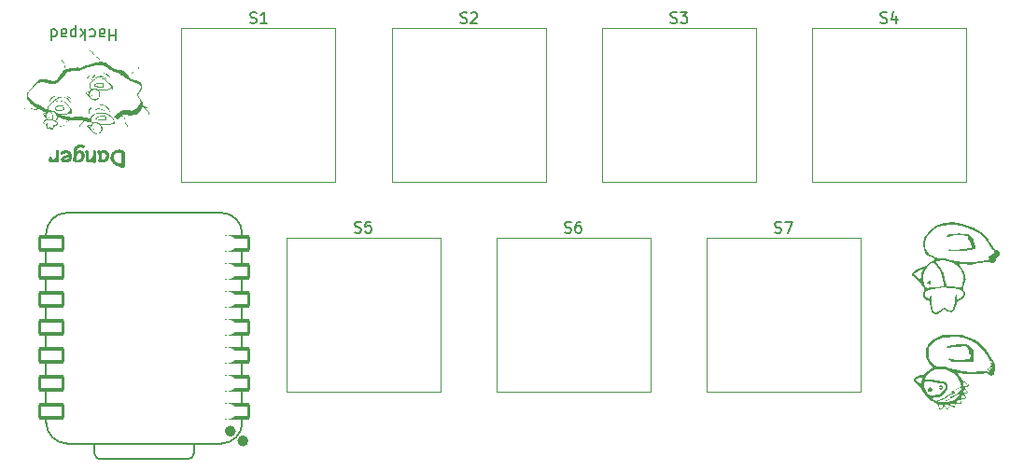
<source format=gbr>
%TF.GenerationSoftware,KiCad,Pcbnew,8.0.8*%
%TF.CreationDate,2025-02-15T20:23:54-05:00*%
%TF.ProjectId,Hackpad,4861636b-7061-4642-9e6b-696361645f70,rev?*%
%TF.SameCoordinates,Original*%
%TF.FileFunction,Legend,Top*%
%TF.FilePolarity,Positive*%
%FSLAX46Y46*%
G04 Gerber Fmt 4.6, Leading zero omitted, Abs format (unit mm)*
G04 Created by KiCad (PCBNEW 8.0.8) date 2025-02-15 20:23:54*
%MOMM*%
%LPD*%
G01*
G04 APERTURE LIST*
G04 Aperture macros list*
%AMRoundRect*
0 Rectangle with rounded corners*
0 $1 Rounding radius*
0 $2 $3 $4 $5 $6 $7 $8 $9 X,Y pos of 4 corners*
0 Add a 4 corners polygon primitive as box body*
4,1,4,$2,$3,$4,$5,$6,$7,$8,$9,$2,$3,0*
0 Add four circle primitives for the rounded corners*
1,1,$1+$1,$2,$3*
1,1,$1+$1,$4,$5*
1,1,$1+$1,$6,$7*
1,1,$1+$1,$8,$9*
0 Add four rect primitives between the rounded corners*
20,1,$1+$1,$2,$3,$4,$5,0*
20,1,$1+$1,$4,$5,$6,$7,0*
20,1,$1+$1,$6,$7,$8,$9,0*
20,1,$1+$1,$8,$9,$2,$3,0*%
G04 Aperture macros list end*
%ADD10C,0.200000*%
%ADD11C,0.300000*%
%ADD12C,0.150000*%
%ADD13C,0.120000*%
%ADD14C,0.000000*%
%ADD15C,0.127000*%
%ADD16C,0.100000*%
%ADD17C,0.504000*%
%ADD18C,1.700000*%
%ADD19C,4.000000*%
%ADD20C,2.200000*%
%ADD21RoundRect,0.152400X-1.063600X-0.609600X1.063600X-0.609600X1.063600X0.609600X-1.063600X0.609600X0*%
%ADD22C,1.524000*%
%ADD23RoundRect,0.152400X1.063600X0.609600X-1.063600X0.609600X-1.063600X-0.609600X1.063600X-0.609600X0*%
%ADD24R,1.600000X1.600000*%
%ADD25O,1.600000X1.600000*%
G04 APERTURE END LIST*
D10*
X129590326Y-73147780D02*
X129590326Y-74147780D01*
X129590326Y-73671590D02*
X129018898Y-73671590D01*
X129018898Y-73147780D02*
X129018898Y-74147780D01*
X128114136Y-73147780D02*
X128114136Y-73671590D01*
X128114136Y-73671590D02*
X128161755Y-73766828D01*
X128161755Y-73766828D02*
X128256993Y-73814447D01*
X128256993Y-73814447D02*
X128447469Y-73814447D01*
X128447469Y-73814447D02*
X128542707Y-73766828D01*
X128114136Y-73195400D02*
X128209374Y-73147780D01*
X128209374Y-73147780D02*
X128447469Y-73147780D01*
X128447469Y-73147780D02*
X128542707Y-73195400D01*
X128542707Y-73195400D02*
X128590326Y-73290638D01*
X128590326Y-73290638D02*
X128590326Y-73385876D01*
X128590326Y-73385876D02*
X128542707Y-73481114D01*
X128542707Y-73481114D02*
X128447469Y-73528733D01*
X128447469Y-73528733D02*
X128209374Y-73528733D01*
X128209374Y-73528733D02*
X128114136Y-73576352D01*
X127209374Y-73195400D02*
X127304612Y-73147780D01*
X127304612Y-73147780D02*
X127495088Y-73147780D01*
X127495088Y-73147780D02*
X127590326Y-73195400D01*
X127590326Y-73195400D02*
X127637945Y-73243019D01*
X127637945Y-73243019D02*
X127685564Y-73338257D01*
X127685564Y-73338257D02*
X127685564Y-73623971D01*
X127685564Y-73623971D02*
X127637945Y-73719209D01*
X127637945Y-73719209D02*
X127590326Y-73766828D01*
X127590326Y-73766828D02*
X127495088Y-73814447D01*
X127495088Y-73814447D02*
X127304612Y-73814447D01*
X127304612Y-73814447D02*
X127209374Y-73766828D01*
X126780802Y-73147780D02*
X126780802Y-74147780D01*
X126685564Y-73528733D02*
X126399850Y-73147780D01*
X126399850Y-73814447D02*
X126780802Y-73433495D01*
X125971278Y-73814447D02*
X125971278Y-72814447D01*
X125971278Y-73766828D02*
X125876040Y-73814447D01*
X125876040Y-73814447D02*
X125685564Y-73814447D01*
X125685564Y-73814447D02*
X125590326Y-73766828D01*
X125590326Y-73766828D02*
X125542707Y-73719209D01*
X125542707Y-73719209D02*
X125495088Y-73623971D01*
X125495088Y-73623971D02*
X125495088Y-73338257D01*
X125495088Y-73338257D02*
X125542707Y-73243019D01*
X125542707Y-73243019D02*
X125590326Y-73195400D01*
X125590326Y-73195400D02*
X125685564Y-73147780D01*
X125685564Y-73147780D02*
X125876040Y-73147780D01*
X125876040Y-73147780D02*
X125971278Y-73195400D01*
X124637945Y-73147780D02*
X124637945Y-73671590D01*
X124637945Y-73671590D02*
X124685564Y-73766828D01*
X124685564Y-73766828D02*
X124780802Y-73814447D01*
X124780802Y-73814447D02*
X124971278Y-73814447D01*
X124971278Y-73814447D02*
X125066516Y-73766828D01*
X124637945Y-73195400D02*
X124733183Y-73147780D01*
X124733183Y-73147780D02*
X124971278Y-73147780D01*
X124971278Y-73147780D02*
X125066516Y-73195400D01*
X125066516Y-73195400D02*
X125114135Y-73290638D01*
X125114135Y-73290638D02*
X125114135Y-73385876D01*
X125114135Y-73385876D02*
X125066516Y-73481114D01*
X125066516Y-73481114D02*
X124971278Y-73528733D01*
X124971278Y-73528733D02*
X124733183Y-73528733D01*
X124733183Y-73528733D02*
X124637945Y-73576352D01*
X123733183Y-73147780D02*
X123733183Y-74147780D01*
X123733183Y-73195400D02*
X123828421Y-73147780D01*
X123828421Y-73147780D02*
X124018897Y-73147780D01*
X124018897Y-73147780D02*
X124114135Y-73195400D01*
X124114135Y-73195400D02*
X124161754Y-73243019D01*
X124161754Y-73243019D02*
X124209373Y-73338257D01*
X124209373Y-73338257D02*
X124209373Y-73623971D01*
X124209373Y-73623971D02*
X124161754Y-73719209D01*
X124161754Y-73719209D02*
X124114135Y-73766828D01*
X124114135Y-73766828D02*
X124018897Y-73814447D01*
X124018897Y-73814447D02*
X123828421Y-73814447D01*
X123828421Y-73814447D02*
X123733183Y-73766828D01*
D11*
G36*
X129985368Y-84080879D02*
G01*
X130058888Y-84092479D01*
X130082993Y-84097459D01*
X130158418Y-84117751D01*
X130227172Y-84144232D01*
X130269473Y-84167069D01*
X130340932Y-84185394D01*
X130371688Y-84208468D01*
X130409475Y-84274916D01*
X130412721Y-84305554D01*
X130411755Y-84379385D01*
X130409591Y-84452773D01*
X130406684Y-84527430D01*
X130402829Y-84611835D01*
X130398975Y-84696222D01*
X130396067Y-84770827D01*
X130393903Y-84844111D01*
X130392937Y-84917749D01*
X130393403Y-84999558D01*
X130394444Y-85080926D01*
X130395844Y-85163730D01*
X130397407Y-85243328D01*
X130397700Y-85257369D01*
X130399319Y-85338294D01*
X130400784Y-85422646D01*
X130401793Y-85496164D01*
X130402421Y-85574767D01*
X130402463Y-85596988D01*
X130378954Y-85670566D01*
X130347875Y-85708729D01*
X130287807Y-85752181D01*
X130231371Y-85764417D01*
X130160466Y-85744363D01*
X130092925Y-85715891D01*
X130060279Y-85701036D01*
X129988517Y-85667445D01*
X129921613Y-85637112D01*
X129870502Y-85616406D01*
X129796416Y-85590566D01*
X129725101Y-85561405D01*
X129656557Y-85528925D01*
X129590783Y-85493124D01*
X129527780Y-85454003D01*
X129467547Y-85411562D01*
X129410085Y-85365801D01*
X129355394Y-85316720D01*
X129295716Y-85255474D01*
X129243996Y-85192637D01*
X129200233Y-85128208D01*
X129164426Y-85062188D01*
X129130858Y-84977425D01*
X129109722Y-84890176D01*
X129101019Y-84800440D01*
X129100776Y-84782561D01*
X129391664Y-84782561D01*
X129398954Y-84859551D01*
X129420823Y-84933214D01*
X129457271Y-85003549D01*
X129508299Y-85070557D01*
X129573907Y-85134238D01*
X129636890Y-85182787D01*
X129690251Y-85217801D01*
X129754548Y-85253201D01*
X129821524Y-85285582D01*
X129889616Y-85316383D01*
X129968871Y-85350654D01*
X130040312Y-85380570D01*
X130118897Y-85412707D01*
X130118897Y-84408136D01*
X130051852Y-84377224D01*
X130026573Y-84370034D01*
X129953243Y-84359050D01*
X129910802Y-84357578D01*
X129831813Y-84359716D01*
X129750795Y-84367615D01*
X129672885Y-84383769D01*
X129603958Y-84411030D01*
X129591332Y-84418394D01*
X129532822Y-84463083D01*
X129483231Y-84517555D01*
X129445886Y-84575565D01*
X129415015Y-84644984D01*
X129396959Y-84716221D01*
X129391664Y-84782561D01*
X129100776Y-84782561D01*
X129100771Y-84782194D01*
X129104961Y-84705779D01*
X129117530Y-84631046D01*
X129138480Y-84557996D01*
X129167810Y-84486630D01*
X129188332Y-84446605D01*
X129229760Y-84378684D01*
X129277430Y-84316934D01*
X129331340Y-84261356D01*
X129391492Y-84211948D01*
X129428667Y-84186486D01*
X129497708Y-84149009D01*
X129576512Y-84119287D01*
X129649640Y-84100441D01*
X129729548Y-84086979D01*
X129816235Y-84078903D01*
X129890467Y-84076318D01*
X129909703Y-84076210D01*
X129985368Y-84080879D01*
G37*
G36*
X128564893Y-84126325D02*
G01*
X128646295Y-84138690D01*
X128718990Y-84160328D01*
X128792796Y-84197294D01*
X128854751Y-84246882D01*
X128862634Y-84254996D01*
X128911027Y-84319135D01*
X128947534Y-84395826D01*
X128969366Y-84471552D01*
X128982465Y-84556499D01*
X128986710Y-84634334D01*
X128986831Y-84650669D01*
X128982359Y-84725985D01*
X128965186Y-84811783D01*
X128935132Y-84892584D01*
X128892199Y-84968387D01*
X128846582Y-85027738D01*
X128803649Y-85072721D01*
X128744528Y-85123382D01*
X128681883Y-85165457D01*
X128615714Y-85198945D01*
X128546021Y-85223846D01*
X128472803Y-85240161D01*
X128396062Y-85247889D01*
X128364378Y-85248576D01*
X128286686Y-85240899D01*
X128215331Y-85222774D01*
X128145972Y-85197346D01*
X128137965Y-85193988D01*
X128069844Y-85159687D01*
X128012063Y-85113076D01*
X127982260Y-85040847D01*
X128006074Y-84976734D01*
X128018989Y-84904331D01*
X128022194Y-84874884D01*
X128026638Y-84799446D01*
X128027690Y-84731636D01*
X128026357Y-84652035D01*
X128021572Y-84573770D01*
X128010695Y-84495002D01*
X127999846Y-84452466D01*
X127994312Y-84440010D01*
X128274986Y-84440010D01*
X128285444Y-84526533D01*
X128293739Y-84604479D01*
X128300681Y-84684574D01*
X128305009Y-84761813D01*
X128305760Y-84802344D01*
X128301364Y-84877083D01*
X128290722Y-84952189D01*
X128287442Y-84971238D01*
X128324078Y-84985893D01*
X128351189Y-84990655D01*
X128427336Y-84982077D01*
X128497918Y-84956343D01*
X128562936Y-84913453D01*
X128596653Y-84882212D01*
X128647304Y-84818517D01*
X128681378Y-84749432D01*
X128698875Y-84674956D01*
X128701434Y-84631252D01*
X128696604Y-84552656D01*
X128678056Y-84475719D01*
X128651974Y-84426088D01*
X128594739Y-84376913D01*
X128521709Y-84358180D01*
X128503597Y-84357578D01*
X128430222Y-84364940D01*
X128382697Y-84378461D01*
X128313832Y-84412292D01*
X128274986Y-84440010D01*
X127994312Y-84440010D01*
X127969998Y-84385285D01*
X127952585Y-84347320D01*
X127922360Y-84278810D01*
X127912285Y-84247669D01*
X127935778Y-84177533D01*
X127954050Y-84158642D01*
X128020713Y-84125916D01*
X128050404Y-84123105D01*
X128121193Y-84152201D01*
X128181800Y-84198629D01*
X128200614Y-84215062D01*
X128268586Y-84184133D01*
X128339812Y-84155993D01*
X128367676Y-84146552D01*
X128442032Y-84127593D01*
X128490408Y-84123105D01*
X128564893Y-84126325D01*
G37*
G36*
X126961203Y-84099658D02*
G01*
X127035062Y-84113770D01*
X127088080Y-84166840D01*
X127102254Y-84219092D01*
X127113021Y-84295634D01*
X127123892Y-84372484D01*
X127131196Y-84423890D01*
X127139957Y-84496973D01*
X127145366Y-84573343D01*
X127146584Y-84628321D01*
X127143575Y-84704893D01*
X127142920Y-84716249D01*
X127139432Y-84791203D01*
X127139256Y-84804176D01*
X127137424Y-84839347D01*
X127135226Y-84885143D01*
X127154318Y-84957511D01*
X127179556Y-84967208D01*
X127256049Y-84949250D01*
X127319828Y-84906002D01*
X127365669Y-84858398D01*
X127413676Y-84792584D01*
X127451143Y-84726347D01*
X127483709Y-84652828D01*
X127508185Y-84582526D01*
X127515598Y-84507072D01*
X127517344Y-84493499D01*
X127523420Y-84418142D01*
X127523572Y-84404473D01*
X127518156Y-84329208D01*
X127516978Y-84318743D01*
X127510615Y-84244977D01*
X127510383Y-84233381D01*
X127531392Y-84160580D01*
X127551050Y-84137759D01*
X127617010Y-84103378D01*
X127653632Y-84099658D01*
X127725587Y-84116224D01*
X127755847Y-84138126D01*
X127792622Y-84203833D01*
X127795781Y-84235212D01*
X127800896Y-84311078D01*
X127802009Y-84321674D01*
X127808019Y-84396743D01*
X127808237Y-84408503D01*
X127806549Y-84485348D01*
X127802656Y-84561746D01*
X127797298Y-84639873D01*
X127793949Y-84682543D01*
X127788239Y-84755781D01*
X127783431Y-84830422D01*
X127779996Y-84910134D01*
X127779295Y-84956950D01*
X127781903Y-85030269D01*
X127782958Y-85048541D01*
X127786393Y-85122798D01*
X127786622Y-85139766D01*
X127765046Y-85211703D01*
X127744856Y-85234288D01*
X127678424Y-85268338D01*
X127642274Y-85272023D01*
X127570089Y-85256066D01*
X127519116Y-85201653D01*
X127499564Y-85128411D01*
X127497927Y-85108625D01*
X127496828Y-85097267D01*
X127439795Y-85148689D01*
X127371825Y-85195234D01*
X127302311Y-85227298D01*
X127220978Y-85246212D01*
X127179556Y-85248576D01*
X127100070Y-85240967D01*
X127023397Y-85213639D01*
X126961837Y-85166435D01*
X126915388Y-85099356D01*
X126910645Y-85089574D01*
X126884563Y-85012637D01*
X126870653Y-84936250D01*
X126863553Y-84858593D01*
X126861234Y-84783992D01*
X126861186Y-84770837D01*
X126861186Y-84699396D01*
X126862285Y-84633817D01*
X126858077Y-84556520D01*
X126848868Y-84483586D01*
X126840303Y-84431584D01*
X126828518Y-84358733D01*
X126820137Y-84283308D01*
X126817955Y-84230450D01*
X126839342Y-84159377D01*
X126859354Y-84137027D01*
X126925125Y-84103307D01*
X126961203Y-84099658D01*
G37*
G36*
X126453571Y-83610115D02*
G01*
X126534984Y-83618667D01*
X126619137Y-83637375D01*
X126694288Y-83671585D01*
X126746345Y-83727709D01*
X126760436Y-83789713D01*
X126744973Y-83864576D01*
X126724532Y-83895226D01*
X126660849Y-83932339D01*
X126629644Y-83935526D01*
X126555884Y-83926367D01*
X126496653Y-83912079D01*
X126424716Y-83896051D01*
X126351603Y-83888723D01*
X126343147Y-83888632D01*
X126263323Y-83894891D01*
X126189449Y-83916530D01*
X126126205Y-83958184D01*
X126116734Y-83967766D01*
X126075422Y-84033640D01*
X126051733Y-84106470D01*
X126038314Y-84185513D01*
X126034302Y-84230083D01*
X126093792Y-84180799D01*
X126152637Y-84149849D01*
X126226220Y-84128981D01*
X126296985Y-84123105D01*
X126371217Y-84127870D01*
X126450983Y-84145477D01*
X126523387Y-84176056D01*
X126588427Y-84219608D01*
X126630376Y-84258660D01*
X126680340Y-84321594D01*
X126718032Y-84391786D01*
X126743452Y-84469236D01*
X126756600Y-84553944D01*
X126758604Y-84605607D01*
X126754427Y-84692013D01*
X126741896Y-84773089D01*
X126721010Y-84848835D01*
X126691771Y-84919249D01*
X126654177Y-84984332D01*
X126608230Y-85044085D01*
X126587512Y-85066493D01*
X126529058Y-85118948D01*
X126464522Y-85162513D01*
X126393904Y-85197187D01*
X126317204Y-85222970D01*
X126234421Y-85239863D01*
X126145556Y-85247865D01*
X126108307Y-85248576D01*
X126034136Y-85244646D01*
X125959523Y-85230344D01*
X125941612Y-85224762D01*
X125874525Y-85192533D01*
X125828039Y-85152588D01*
X125753574Y-85127125D01*
X125707592Y-85065971D01*
X125697247Y-84997250D01*
X125698863Y-84971238D01*
X125983743Y-84971238D01*
X126050856Y-85002437D01*
X126052986Y-85003112D01*
X126118565Y-85014103D01*
X126200906Y-85006661D01*
X126273538Y-84984336D01*
X126343643Y-84941429D01*
X126389675Y-84895034D01*
X126431471Y-84828963D01*
X126459588Y-84752749D01*
X126473097Y-84676488D01*
X126476137Y-84614033D01*
X126471629Y-84540309D01*
X126454318Y-84468181D01*
X126429975Y-84421692D01*
X126371906Y-84373606D01*
X126296505Y-84357641D01*
X126290757Y-84357578D01*
X126216565Y-84377073D01*
X126152749Y-84424814D01*
X126120764Y-84459427D01*
X126077344Y-84519627D01*
X126042997Y-84591205D01*
X126029173Y-84650303D01*
X126016235Y-84725880D01*
X126005061Y-84802519D01*
X125994683Y-84881374D01*
X125985341Y-84957726D01*
X125983743Y-84971238D01*
X125698863Y-84971238D01*
X125701996Y-84920823D01*
X125712635Y-84843105D01*
X125718862Y-84806374D01*
X125731522Y-84729806D01*
X125742483Y-84651914D01*
X125751744Y-84572699D01*
X125759305Y-84492160D01*
X125765167Y-84410297D01*
X125769330Y-84327110D01*
X125770519Y-84293464D01*
X125774504Y-84212881D01*
X125781327Y-84138011D01*
X125793849Y-84052458D01*
X125810808Y-83975831D01*
X125837015Y-83895661D01*
X125869609Y-83828346D01*
X125881894Y-83808764D01*
X125929106Y-83750715D01*
X125986480Y-83702504D01*
X126054014Y-83664133D01*
X126131709Y-83635600D01*
X126219565Y-83616906D01*
X126297165Y-83609035D01*
X126359633Y-83607264D01*
X126453571Y-83610115D01*
G37*
G36*
X125115842Y-84125976D02*
G01*
X125199785Y-84137001D01*
X125277443Y-84156296D01*
X125348816Y-84183859D01*
X125413902Y-84219691D01*
X125444089Y-84240708D01*
X125502856Y-84293215D01*
X125549464Y-84353193D01*
X125583914Y-84420641D01*
X125606205Y-84495560D01*
X125616337Y-84577949D01*
X125617013Y-84607072D01*
X125613668Y-84686629D01*
X125603632Y-84762269D01*
X125586906Y-84833991D01*
X125558003Y-84914886D01*
X125519466Y-84990139D01*
X125479993Y-85048541D01*
X125429771Y-85106168D01*
X125362658Y-85162428D01*
X125288074Y-85204623D01*
X125206020Y-85232753D01*
X125131935Y-85245450D01*
X125068932Y-85248576D01*
X124993320Y-85245701D01*
X124914077Y-85235374D01*
X124842481Y-85217537D01*
X124771078Y-85188492D01*
X124702957Y-85143429D01*
X124654299Y-85087376D01*
X124622824Y-85011178D01*
X124615373Y-84942295D01*
X124618189Y-84927641D01*
X124888314Y-84927641D01*
X124956896Y-84954689D01*
X125034895Y-84966242D01*
X125068565Y-84967208D01*
X125141960Y-84956566D01*
X125210722Y-84921304D01*
X125232697Y-84902728D01*
X125279820Y-84845300D01*
X125316500Y-84776727D01*
X125341873Y-84709288D01*
X125269166Y-84741008D01*
X125196673Y-84772514D01*
X125124394Y-84803805D01*
X125109965Y-84810038D01*
X125036146Y-84845113D01*
X124964662Y-84882251D01*
X124898840Y-84920870D01*
X124888314Y-84927641D01*
X124618189Y-84927641D01*
X124630352Y-84864352D01*
X124669965Y-84798979D01*
X124726785Y-84744609D01*
X124742135Y-84733101D01*
X124808334Y-84692818D01*
X124876621Y-84657492D01*
X124952744Y-84620981D01*
X124974043Y-84611102D01*
X125321357Y-84451367D01*
X125251519Y-84426638D01*
X125201922Y-84416196D01*
X125126543Y-84407404D01*
X125052321Y-84404518D01*
X125041088Y-84404473D01*
X124966758Y-84409370D01*
X124892054Y-84426300D01*
X124819466Y-84458891D01*
X124807348Y-84466388D01*
X124743316Y-84502206D01*
X124669961Y-84521709D01*
X124596831Y-84499480D01*
X124564654Y-84432791D01*
X124562983Y-84405572D01*
X124579798Y-84328514D01*
X124623687Y-84267176D01*
X124685568Y-84219028D01*
X124735174Y-84191981D01*
X124808287Y-84161848D01*
X124883643Y-84140324D01*
X124961244Y-84127410D01*
X125041088Y-84123105D01*
X125115842Y-84125976D01*
G37*
G36*
X123522875Y-84895034D02*
G01*
X123537909Y-84816579D01*
X123583124Y-84755558D01*
X123657864Y-84732894D01*
X123666123Y-84732735D01*
X123740170Y-84748320D01*
X123788054Y-84806924D01*
X123796182Y-84864626D01*
X123801311Y-84967208D01*
X123883516Y-84948129D01*
X123956472Y-84917818D01*
X124020181Y-84876275D01*
X124074642Y-84823502D01*
X124119855Y-84759497D01*
X124132871Y-84735666D01*
X124131772Y-84231915D01*
X124152591Y-84159978D01*
X124172072Y-84137393D01*
X124237701Y-84103343D01*
X124274288Y-84099658D01*
X124345649Y-84117171D01*
X124373206Y-84140324D01*
X124404118Y-84207163D01*
X124406179Y-84234480D01*
X124406179Y-84902728D01*
X124404875Y-84978066D01*
X124404347Y-84996884D01*
X124402323Y-85071190D01*
X124402149Y-85091406D01*
X124384358Y-85163721D01*
X124367711Y-85186660D01*
X124302727Y-85222086D01*
X124269159Y-85225129D01*
X124196241Y-85208591D01*
X124146781Y-85153349D01*
X124132871Y-85107526D01*
X124063049Y-85155461D01*
X123990418Y-85193478D01*
X123914980Y-85221578D01*
X123836734Y-85239760D01*
X123755680Y-85248025D01*
X123728039Y-85248576D01*
X123647668Y-85235059D01*
X123579988Y-85186510D01*
X123541918Y-85115066D01*
X123524998Y-85032312D01*
X123521775Y-84966109D01*
X123522875Y-84895034D01*
G37*
D12*
X189358095Y-91588200D02*
X189500952Y-91635819D01*
X189500952Y-91635819D02*
X189739047Y-91635819D01*
X189739047Y-91635819D02*
X189834285Y-91588200D01*
X189834285Y-91588200D02*
X189881904Y-91540580D01*
X189881904Y-91540580D02*
X189929523Y-91445342D01*
X189929523Y-91445342D02*
X189929523Y-91350104D01*
X189929523Y-91350104D02*
X189881904Y-91254866D01*
X189881904Y-91254866D02*
X189834285Y-91207247D01*
X189834285Y-91207247D02*
X189739047Y-91159628D01*
X189739047Y-91159628D02*
X189548571Y-91112009D01*
X189548571Y-91112009D02*
X189453333Y-91064390D01*
X189453333Y-91064390D02*
X189405714Y-91016771D01*
X189405714Y-91016771D02*
X189358095Y-90921533D01*
X189358095Y-90921533D02*
X189358095Y-90826295D01*
X189358095Y-90826295D02*
X189405714Y-90731057D01*
X189405714Y-90731057D02*
X189453333Y-90683438D01*
X189453333Y-90683438D02*
X189548571Y-90635819D01*
X189548571Y-90635819D02*
X189786666Y-90635819D01*
X189786666Y-90635819D02*
X189929523Y-90683438D01*
X190262857Y-90635819D02*
X190929523Y-90635819D01*
X190929523Y-90635819D02*
X190500952Y-91635819D01*
X141768095Y-72548200D02*
X141910952Y-72595819D01*
X141910952Y-72595819D02*
X142149047Y-72595819D01*
X142149047Y-72595819D02*
X142244285Y-72548200D01*
X142244285Y-72548200D02*
X142291904Y-72500580D01*
X142291904Y-72500580D02*
X142339523Y-72405342D01*
X142339523Y-72405342D02*
X142339523Y-72310104D01*
X142339523Y-72310104D02*
X142291904Y-72214866D01*
X142291904Y-72214866D02*
X142244285Y-72167247D01*
X142244285Y-72167247D02*
X142149047Y-72119628D01*
X142149047Y-72119628D02*
X141958571Y-72072009D01*
X141958571Y-72072009D02*
X141863333Y-72024390D01*
X141863333Y-72024390D02*
X141815714Y-71976771D01*
X141815714Y-71976771D02*
X141768095Y-71881533D01*
X141768095Y-71881533D02*
X141768095Y-71786295D01*
X141768095Y-71786295D02*
X141815714Y-71691057D01*
X141815714Y-71691057D02*
X141863333Y-71643438D01*
X141863333Y-71643438D02*
X141958571Y-71595819D01*
X141958571Y-71595819D02*
X142196666Y-71595819D01*
X142196666Y-71595819D02*
X142339523Y-71643438D01*
X143291904Y-72595819D02*
X142720476Y-72595819D01*
X143006190Y-72595819D02*
X143006190Y-71595819D01*
X143006190Y-71595819D02*
X142910952Y-71738676D01*
X142910952Y-71738676D02*
X142815714Y-71833914D01*
X142815714Y-71833914D02*
X142720476Y-71881533D01*
X179908095Y-72538200D02*
X180050952Y-72585819D01*
X180050952Y-72585819D02*
X180289047Y-72585819D01*
X180289047Y-72585819D02*
X180384285Y-72538200D01*
X180384285Y-72538200D02*
X180431904Y-72490580D01*
X180431904Y-72490580D02*
X180479523Y-72395342D01*
X180479523Y-72395342D02*
X180479523Y-72300104D01*
X180479523Y-72300104D02*
X180431904Y-72204866D01*
X180431904Y-72204866D02*
X180384285Y-72157247D01*
X180384285Y-72157247D02*
X180289047Y-72109628D01*
X180289047Y-72109628D02*
X180098571Y-72062009D01*
X180098571Y-72062009D02*
X180003333Y-72014390D01*
X180003333Y-72014390D02*
X179955714Y-71966771D01*
X179955714Y-71966771D02*
X179908095Y-71871533D01*
X179908095Y-71871533D02*
X179908095Y-71776295D01*
X179908095Y-71776295D02*
X179955714Y-71681057D01*
X179955714Y-71681057D02*
X180003333Y-71633438D01*
X180003333Y-71633438D02*
X180098571Y-71585819D01*
X180098571Y-71585819D02*
X180336666Y-71585819D01*
X180336666Y-71585819D02*
X180479523Y-71633438D01*
X180812857Y-71585819D02*
X181431904Y-71585819D01*
X181431904Y-71585819D02*
X181098571Y-71966771D01*
X181098571Y-71966771D02*
X181241428Y-71966771D01*
X181241428Y-71966771D02*
X181336666Y-72014390D01*
X181336666Y-72014390D02*
X181384285Y-72062009D01*
X181384285Y-72062009D02*
X181431904Y-72157247D01*
X181431904Y-72157247D02*
X181431904Y-72395342D01*
X181431904Y-72395342D02*
X181384285Y-72490580D01*
X181384285Y-72490580D02*
X181336666Y-72538200D01*
X181336666Y-72538200D02*
X181241428Y-72585819D01*
X181241428Y-72585819D02*
X180955714Y-72585819D01*
X180955714Y-72585819D02*
X180860476Y-72538200D01*
X180860476Y-72538200D02*
X180812857Y-72490580D01*
X151258095Y-91578200D02*
X151400952Y-91625819D01*
X151400952Y-91625819D02*
X151639047Y-91625819D01*
X151639047Y-91625819D02*
X151734285Y-91578200D01*
X151734285Y-91578200D02*
X151781904Y-91530580D01*
X151781904Y-91530580D02*
X151829523Y-91435342D01*
X151829523Y-91435342D02*
X151829523Y-91340104D01*
X151829523Y-91340104D02*
X151781904Y-91244866D01*
X151781904Y-91244866D02*
X151734285Y-91197247D01*
X151734285Y-91197247D02*
X151639047Y-91149628D01*
X151639047Y-91149628D02*
X151448571Y-91102009D01*
X151448571Y-91102009D02*
X151353333Y-91054390D01*
X151353333Y-91054390D02*
X151305714Y-91006771D01*
X151305714Y-91006771D02*
X151258095Y-90911533D01*
X151258095Y-90911533D02*
X151258095Y-90816295D01*
X151258095Y-90816295D02*
X151305714Y-90721057D01*
X151305714Y-90721057D02*
X151353333Y-90673438D01*
X151353333Y-90673438D02*
X151448571Y-90625819D01*
X151448571Y-90625819D02*
X151686666Y-90625819D01*
X151686666Y-90625819D02*
X151829523Y-90673438D01*
X152734285Y-90625819D02*
X152258095Y-90625819D01*
X152258095Y-90625819D02*
X152210476Y-91102009D01*
X152210476Y-91102009D02*
X152258095Y-91054390D01*
X152258095Y-91054390D02*
X152353333Y-91006771D01*
X152353333Y-91006771D02*
X152591428Y-91006771D01*
X152591428Y-91006771D02*
X152686666Y-91054390D01*
X152686666Y-91054390D02*
X152734285Y-91102009D01*
X152734285Y-91102009D02*
X152781904Y-91197247D01*
X152781904Y-91197247D02*
X152781904Y-91435342D01*
X152781904Y-91435342D02*
X152734285Y-91530580D01*
X152734285Y-91530580D02*
X152686666Y-91578200D01*
X152686666Y-91578200D02*
X152591428Y-91625819D01*
X152591428Y-91625819D02*
X152353333Y-91625819D01*
X152353333Y-91625819D02*
X152258095Y-91578200D01*
X152258095Y-91578200D02*
X152210476Y-91530580D01*
X198958095Y-72538200D02*
X199100952Y-72585819D01*
X199100952Y-72585819D02*
X199339047Y-72585819D01*
X199339047Y-72585819D02*
X199434285Y-72538200D01*
X199434285Y-72538200D02*
X199481904Y-72490580D01*
X199481904Y-72490580D02*
X199529523Y-72395342D01*
X199529523Y-72395342D02*
X199529523Y-72300104D01*
X199529523Y-72300104D02*
X199481904Y-72204866D01*
X199481904Y-72204866D02*
X199434285Y-72157247D01*
X199434285Y-72157247D02*
X199339047Y-72109628D01*
X199339047Y-72109628D02*
X199148571Y-72062009D01*
X199148571Y-72062009D02*
X199053333Y-72014390D01*
X199053333Y-72014390D02*
X199005714Y-71966771D01*
X199005714Y-71966771D02*
X198958095Y-71871533D01*
X198958095Y-71871533D02*
X198958095Y-71776295D01*
X198958095Y-71776295D02*
X199005714Y-71681057D01*
X199005714Y-71681057D02*
X199053333Y-71633438D01*
X199053333Y-71633438D02*
X199148571Y-71585819D01*
X199148571Y-71585819D02*
X199386666Y-71585819D01*
X199386666Y-71585819D02*
X199529523Y-71633438D01*
X200386666Y-71919152D02*
X200386666Y-72585819D01*
X200148571Y-71538200D02*
X199910476Y-72252485D01*
X199910476Y-72252485D02*
X200529523Y-72252485D01*
X170308095Y-91588200D02*
X170450952Y-91635819D01*
X170450952Y-91635819D02*
X170689047Y-91635819D01*
X170689047Y-91635819D02*
X170784285Y-91588200D01*
X170784285Y-91588200D02*
X170831904Y-91540580D01*
X170831904Y-91540580D02*
X170879523Y-91445342D01*
X170879523Y-91445342D02*
X170879523Y-91350104D01*
X170879523Y-91350104D02*
X170831904Y-91254866D01*
X170831904Y-91254866D02*
X170784285Y-91207247D01*
X170784285Y-91207247D02*
X170689047Y-91159628D01*
X170689047Y-91159628D02*
X170498571Y-91112009D01*
X170498571Y-91112009D02*
X170403333Y-91064390D01*
X170403333Y-91064390D02*
X170355714Y-91016771D01*
X170355714Y-91016771D02*
X170308095Y-90921533D01*
X170308095Y-90921533D02*
X170308095Y-90826295D01*
X170308095Y-90826295D02*
X170355714Y-90731057D01*
X170355714Y-90731057D02*
X170403333Y-90683438D01*
X170403333Y-90683438D02*
X170498571Y-90635819D01*
X170498571Y-90635819D02*
X170736666Y-90635819D01*
X170736666Y-90635819D02*
X170879523Y-90683438D01*
X171736666Y-90635819D02*
X171546190Y-90635819D01*
X171546190Y-90635819D02*
X171450952Y-90683438D01*
X171450952Y-90683438D02*
X171403333Y-90731057D01*
X171403333Y-90731057D02*
X171308095Y-90873914D01*
X171308095Y-90873914D02*
X171260476Y-91064390D01*
X171260476Y-91064390D02*
X171260476Y-91445342D01*
X171260476Y-91445342D02*
X171308095Y-91540580D01*
X171308095Y-91540580D02*
X171355714Y-91588200D01*
X171355714Y-91588200D02*
X171450952Y-91635819D01*
X171450952Y-91635819D02*
X171641428Y-91635819D01*
X171641428Y-91635819D02*
X171736666Y-91588200D01*
X171736666Y-91588200D02*
X171784285Y-91540580D01*
X171784285Y-91540580D02*
X171831904Y-91445342D01*
X171831904Y-91445342D02*
X171831904Y-91207247D01*
X171831904Y-91207247D02*
X171784285Y-91112009D01*
X171784285Y-91112009D02*
X171736666Y-91064390D01*
X171736666Y-91064390D02*
X171641428Y-91016771D01*
X171641428Y-91016771D02*
X171450952Y-91016771D01*
X171450952Y-91016771D02*
X171355714Y-91064390D01*
X171355714Y-91064390D02*
X171308095Y-91112009D01*
X171308095Y-91112009D02*
X171260476Y-91207247D01*
X160860595Y-72541950D02*
X161003452Y-72589569D01*
X161003452Y-72589569D02*
X161241547Y-72589569D01*
X161241547Y-72589569D02*
X161336785Y-72541950D01*
X161336785Y-72541950D02*
X161384404Y-72494330D01*
X161384404Y-72494330D02*
X161432023Y-72399092D01*
X161432023Y-72399092D02*
X161432023Y-72303854D01*
X161432023Y-72303854D02*
X161384404Y-72208616D01*
X161384404Y-72208616D02*
X161336785Y-72160997D01*
X161336785Y-72160997D02*
X161241547Y-72113378D01*
X161241547Y-72113378D02*
X161051071Y-72065759D01*
X161051071Y-72065759D02*
X160955833Y-72018140D01*
X160955833Y-72018140D02*
X160908214Y-71970521D01*
X160908214Y-71970521D02*
X160860595Y-71875283D01*
X160860595Y-71875283D02*
X160860595Y-71780045D01*
X160860595Y-71780045D02*
X160908214Y-71684807D01*
X160908214Y-71684807D02*
X160955833Y-71637188D01*
X160955833Y-71637188D02*
X161051071Y-71589569D01*
X161051071Y-71589569D02*
X161289166Y-71589569D01*
X161289166Y-71589569D02*
X161432023Y-71637188D01*
X161812976Y-71684807D02*
X161860595Y-71637188D01*
X161860595Y-71637188D02*
X161955833Y-71589569D01*
X161955833Y-71589569D02*
X162193928Y-71589569D01*
X162193928Y-71589569D02*
X162289166Y-71637188D01*
X162289166Y-71637188D02*
X162336785Y-71684807D01*
X162336785Y-71684807D02*
X162384404Y-71780045D01*
X162384404Y-71780045D02*
X162384404Y-71875283D01*
X162384404Y-71875283D02*
X162336785Y-72018140D01*
X162336785Y-72018140D02*
X161765357Y-72589569D01*
X161765357Y-72589569D02*
X162384404Y-72589569D01*
D13*
%TO.C,S7*%
X183135000Y-92070000D02*
X197105000Y-92070000D01*
X183135000Y-106040000D02*
X183135000Y-92070000D01*
X197105000Y-92070000D02*
X197105000Y-106040000D01*
X197105000Y-106040000D02*
X183135000Y-106040000D01*
D14*
%TO.C,G\u002A\u002A\u002A*%
G36*
X123562515Y-81134174D02*
G01*
X123565329Y-81173201D01*
X123538260Y-81216950D01*
X123496943Y-81227843D01*
X123466970Y-81203151D01*
X123463878Y-81184010D01*
X123489353Y-81141189D01*
X123520008Y-81127880D01*
X123562515Y-81134174D01*
G37*
G36*
X127483766Y-79099959D02*
G01*
X127504288Y-79148796D01*
X127486653Y-79191360D01*
X127458355Y-79201600D01*
X127421106Y-79176179D01*
X127412617Y-79140616D01*
X127427877Y-79087494D01*
X127465842Y-79085766D01*
X127483766Y-79099959D01*
G37*
G36*
X127635591Y-82179036D02*
G01*
X127657618Y-82227823D01*
X127640458Y-82267725D01*
X127603193Y-82275507D01*
X127557831Y-82246451D01*
X127549832Y-82222451D01*
X127570941Y-82177063D01*
X127614706Y-82166737D01*
X127635591Y-82179036D01*
G37*
G36*
X124756173Y-79668379D02*
G01*
X124819155Y-79689333D01*
X124820780Y-79690375D01*
X124830957Y-79706846D01*
X124786707Y-79707971D01*
X124729304Y-79700911D01*
X124628764Y-79683858D01*
X124584714Y-79670612D01*
X124598530Y-79662152D01*
X124670860Y-79659450D01*
X124756173Y-79668379D01*
G37*
G36*
X124439628Y-79634065D02*
G01*
X124481068Y-79637524D01*
X124467061Y-79645793D01*
X124395098Y-79660324D01*
X124393890Y-79660539D01*
X124298889Y-79674922D01*
X124221421Y-79682408D01*
X124171098Y-79683188D01*
X124157531Y-79677450D01*
X124190334Y-79665385D01*
X124226183Y-79657234D01*
X124330847Y-79640952D01*
X124428133Y-79633996D01*
X124439628Y-79634065D01*
G37*
G36*
X125284682Y-79195249D02*
G01*
X125374426Y-79263779D01*
X125451768Y-79338167D01*
X125552371Y-79448505D01*
X125605076Y-79522538D01*
X125610377Y-79561078D01*
X125590458Y-79567506D01*
X125559732Y-79547717D01*
X125496375Y-79494603D01*
X125411292Y-79417550D01*
X125360168Y-79369307D01*
X125265309Y-79276447D01*
X125211475Y-79217129D01*
X125193929Y-79184583D01*
X125207936Y-79172040D01*
X125221478Y-79171108D01*
X125284682Y-79195249D01*
G37*
G36*
X125030908Y-79307782D02*
G01*
X125110456Y-79343592D01*
X125222222Y-79418183D01*
X125333255Y-79517851D01*
X125421530Y-79621647D01*
X125448472Y-79665092D01*
X125485701Y-79747812D01*
X125488096Y-79783871D01*
X125458904Y-79774242D01*
X125401370Y-79719898D01*
X125323300Y-79627589D01*
X125232745Y-79530387D01*
X125131672Y-79447334D01*
X125072341Y-79411423D01*
X124995992Y-79369056D01*
X124949431Y-79332871D01*
X124942749Y-79320849D01*
X124965826Y-79296074D01*
X125030908Y-79307782D01*
G37*
G36*
X127259621Y-77230511D02*
G01*
X127260156Y-77233092D01*
X127244341Y-77270238D01*
X127203637Y-77339556D01*
X127148154Y-77426001D01*
X127088004Y-77514530D01*
X127033296Y-77590098D01*
X126994143Y-77637661D01*
X126982320Y-77646498D01*
X126959561Y-77638893D01*
X126962265Y-77607456D01*
X126992628Y-77539257D01*
X127004572Y-77515392D01*
X127059767Y-77418738D01*
X127122213Y-77327734D01*
X127180671Y-77257047D01*
X127223899Y-77221348D01*
X127231216Y-77219607D01*
X127259621Y-77230511D01*
G37*
G36*
X128658968Y-77152059D02*
G01*
X128714475Y-77172883D01*
X128787786Y-77214687D01*
X128872293Y-77277160D01*
X128955297Y-77348706D01*
X129024097Y-77417733D01*
X129065993Y-77472646D01*
X129071497Y-77498801D01*
X129041524Y-77496287D01*
X128983240Y-77459579D01*
X128936486Y-77420765D01*
X128772431Y-77295518D01*
X128609903Y-77220810D01*
X128563698Y-77208059D01*
X128503061Y-77184216D01*
X128479844Y-77158042D01*
X128505241Y-77133967D01*
X128570442Y-77132320D01*
X128658968Y-77152059D01*
G37*
G36*
X127778523Y-77272969D02*
G01*
X127756760Y-77304331D01*
X127702065Y-77356054D01*
X127675207Y-77378273D01*
X127597550Y-77458275D01*
X127525364Y-77561181D01*
X127504780Y-77599341D01*
X127461339Y-77678685D01*
X127424197Y-77728852D01*
X127409897Y-77737975D01*
X127384806Y-77716487D01*
X127393597Y-77659438D01*
X127430910Y-77577952D01*
X127491386Y-77483149D01*
X127569666Y-77386152D01*
X127589872Y-77364445D01*
X127668926Y-77292370D01*
X127732633Y-77253587D01*
X127771329Y-77252784D01*
X127778523Y-77272969D01*
G37*
G36*
X127412147Y-80202874D02*
G01*
X127412617Y-80211077D01*
X127390723Y-80251991D01*
X127337981Y-80303510D01*
X127337122Y-80304189D01*
X127264238Y-80397623D01*
X127220438Y-80532768D01*
X127207461Y-80696822D01*
X127227043Y-80876988D01*
X127247685Y-80962524D01*
X127252973Y-81017780D01*
X127232760Y-81028510D01*
X127200094Y-80997446D01*
X127174857Y-80947278D01*
X127129409Y-80765304D01*
X127126265Y-80584728D01*
X127163563Y-80420333D01*
X127239436Y-80286903D01*
X127261153Y-80263139D01*
X127336535Y-80199341D01*
X127389156Y-80178465D01*
X127412147Y-80202874D01*
G37*
G36*
X124149948Y-79193247D02*
G01*
X124149952Y-79193622D01*
X124123324Y-79219103D01*
X124055778Y-79248983D01*
X124012694Y-79262596D01*
X123874928Y-79329078D01*
X123749523Y-79440417D01*
X123653311Y-79580652D01*
X123634650Y-79621091D01*
X123595829Y-79692942D01*
X123562452Y-79718334D01*
X123542539Y-79693548D01*
X123540108Y-79664953D01*
X123560009Y-79594054D01*
X123611455Y-79499083D01*
X123682066Y-79398270D01*
X123759460Y-79309845D01*
X123812340Y-79264149D01*
X123886811Y-79223754D01*
X123975253Y-79192821D01*
X124060222Y-79174996D01*
X124124269Y-79173923D01*
X124149948Y-79193247D01*
G37*
G36*
X128301104Y-77383740D02*
G01*
X128409901Y-77409957D01*
X128475381Y-77430432D01*
X128596174Y-77481945D01*
X128687069Y-77539808D01*
X128738456Y-77596311D01*
X128740932Y-77643416D01*
X128705266Y-77647424D01*
X128634366Y-77606520D01*
X128596900Y-77577884D01*
X128528760Y-77526908D01*
X128468740Y-77497236D01*
X128396307Y-77483162D01*
X128290928Y-77478976D01*
X128240412Y-77478791D01*
X128076301Y-77486348D01*
X127954293Y-77510907D01*
X127891779Y-77536144D01*
X127810190Y-77568386D01*
X127760095Y-77572553D01*
X127750291Y-77550516D01*
X127780338Y-77512454D01*
X127847045Y-77471831D01*
X127950811Y-77430522D01*
X128068255Y-77395967D01*
X128175996Y-77375604D01*
X128218469Y-77373064D01*
X128301104Y-77383740D01*
G37*
G36*
X128260257Y-79943183D02*
G01*
X128385060Y-79960733D01*
X128408907Y-79965258D01*
X128590920Y-80021804D01*
X128743284Y-80119256D01*
X128811479Y-80182773D01*
X128875965Y-80258750D01*
X128946023Y-80356730D01*
X129011515Y-80460386D01*
X129062304Y-80553393D01*
X129088254Y-80619426D01*
X129089688Y-80630822D01*
X129077784Y-80665312D01*
X129044992Y-80648007D01*
X128995693Y-80582614D01*
X128959217Y-80520388D01*
X128838763Y-80329786D01*
X128711475Y-80192792D01*
X128567919Y-80102083D01*
X128398657Y-80050336D01*
X128341913Y-80041375D01*
X128203446Y-80021720D01*
X128115805Y-80004630D01*
X128069057Y-79987424D01*
X128053273Y-79967417D01*
X128052953Y-79963324D01*
X128080541Y-79944404D01*
X128154197Y-79937715D01*
X128260257Y-79943183D01*
G37*
G36*
X128133430Y-80344935D02*
G01*
X128264106Y-80363302D01*
X128300237Y-80372255D01*
X128402402Y-80407766D01*
X128501716Y-80452079D01*
X128582113Y-80496849D01*
X128627527Y-80533732D01*
X128632305Y-80544749D01*
X128612248Y-80582954D01*
X128565343Y-80577964D01*
X128543303Y-80562782D01*
X128459281Y-80513861D01*
X128336505Y-80470002D01*
X128197196Y-80437420D01*
X128063574Y-80422331D01*
X128039898Y-80421958D01*
X127906729Y-80436683D01*
X127775879Y-80473108D01*
X127752324Y-80482942D01*
X127663526Y-80522562D01*
X127616812Y-80538678D01*
X127598667Y-80532832D01*
X127595572Y-80506567D01*
X127595570Y-80500829D01*
X127623319Y-80461383D01*
X127696572Y-80419976D01*
X127800337Y-80382352D01*
X127919621Y-80354255D01*
X128007215Y-80343111D01*
X128133430Y-80344935D01*
G37*
G36*
X128471047Y-78207264D02*
G01*
X128468160Y-78285940D01*
X128483589Y-78339064D01*
X128485786Y-78341564D01*
X128510219Y-78387334D01*
X128476276Y-78417070D01*
X128384428Y-78430740D01*
X128235149Y-78428314D01*
X128028908Y-78409760D01*
X127831792Y-78384493D01*
X127706375Y-78360765D01*
X127632570Y-78328667D01*
X127601038Y-78281738D01*
X127600782Y-78247416D01*
X127674743Y-78247416D01*
X127708760Y-78276562D01*
X127792341Y-78300390D01*
X127929603Y-78320194D01*
X128073871Y-78333467D01*
X128203997Y-78343019D01*
X128285841Y-78345452D01*
X128331900Y-78338614D01*
X128354676Y-78320353D01*
X128366666Y-78288517D01*
X128368212Y-78282793D01*
X128390924Y-78185104D01*
X128389090Y-78125380D01*
X128353584Y-78095634D01*
X128275278Y-78087880D01*
X128152053Y-78093668D01*
X128023386Y-78105137D01*
X127906005Y-78120740D01*
X127823714Y-78137264D01*
X127819078Y-78138615D01*
X127740330Y-78172096D01*
X127686309Y-78211493D01*
X127686172Y-78211658D01*
X127674743Y-78247416D01*
X127600782Y-78247416D01*
X127600612Y-78224550D01*
X127642129Y-78148729D01*
X127740898Y-78089317D01*
X127895258Y-78046962D01*
X128103546Y-78022314D01*
X128120896Y-78021221D01*
X128258963Y-78014641D01*
X128349245Y-78015611D01*
X128404620Y-78025443D01*
X128437968Y-78045449D01*
X128446199Y-78054344D01*
X128473896Y-78130418D01*
X128471869Y-78185104D01*
X128471047Y-78207264D01*
G37*
G36*
X124892807Y-80401471D02*
G01*
X124847343Y-80458614D01*
X124756186Y-80510531D01*
X124634629Y-80551478D01*
X124497960Y-80575713D01*
X124417942Y-80579847D01*
X124307826Y-80575773D01*
X124235041Y-80558658D01*
X124176197Y-80521160D01*
X124147180Y-80494863D01*
X124074930Y-80397736D01*
X124067365Y-80345247D01*
X124127570Y-80345247D01*
X124163280Y-80387010D01*
X124204145Y-80424102D01*
X124319390Y-80497267D01*
X124401994Y-80512594D01*
X124544965Y-80497318D01*
X124674123Y-80456748D01*
X124767813Y-80398040D01*
X124776882Y-80388763D01*
X124813291Y-80340150D01*
X124806378Y-80311054D01*
X124789076Y-80298388D01*
X124760769Y-80266641D01*
X124776905Y-80218689D01*
X124782155Y-80210003D01*
X124803269Y-80158568D01*
X124777999Y-80125049D01*
X124766909Y-80118132D01*
X124718225Y-80101728D01*
X124647279Y-80102166D01*
X124542757Y-80120760D01*
X124393340Y-80158825D01*
X124376388Y-80163505D01*
X124275037Y-80200765D01*
X124191193Y-80247281D01*
X124163292Y-80270933D01*
X124129298Y-80313020D01*
X124127570Y-80345247D01*
X124067365Y-80345247D01*
X124061530Y-80304759D01*
X124104852Y-80219270D01*
X124202765Y-80144602D01*
X124353142Y-80084093D01*
X124420776Y-80066167D01*
X124597314Y-80033166D01*
X124727153Y-80029331D01*
X124817142Y-80054650D01*
X124834031Y-80065398D01*
X124873050Y-80123988D01*
X124898038Y-80218061D01*
X124904671Y-80322892D01*
X124902065Y-80340150D01*
X124892807Y-80401471D01*
G37*
G36*
X128772085Y-81329730D02*
G01*
X128770089Y-81360895D01*
X128731748Y-81369702D01*
X128645699Y-81375994D01*
X128525165Y-81379812D01*
X128383367Y-81381195D01*
X128233528Y-81380185D01*
X128088871Y-81376823D01*
X127962619Y-81371148D01*
X127867993Y-81363203D01*
X127834829Y-81358010D01*
X127757112Y-81330904D01*
X127709147Y-81294554D01*
X127705544Y-81287793D01*
X127713319Y-81230681D01*
X127714020Y-81229810D01*
X127814038Y-81229810D01*
X127820664Y-81266251D01*
X127857248Y-81287053D01*
X127910029Y-81296138D01*
X128003544Y-81302116D01*
X128124160Y-81305152D01*
X128258243Y-81305413D01*
X128392161Y-81303068D01*
X128512280Y-81298282D01*
X128604969Y-81291223D01*
X128656593Y-81282058D01*
X128662797Y-81277190D01*
X128636954Y-81250939D01*
X128596578Y-81239075D01*
X128533923Y-81214660D01*
X128522917Y-81177289D01*
X128566394Y-81142125D01*
X128577697Y-81138009D01*
X128617931Y-81121848D01*
X128609988Y-81109518D01*
X128548171Y-81093974D01*
X128540828Y-81092402D01*
X128411213Y-81071323D01*
X128295346Y-81071141D01*
X128162955Y-81092706D01*
X128111856Y-81104410D01*
X127962849Y-81146583D01*
X127862505Y-81189151D01*
X127814038Y-81229810D01*
X127714020Y-81229810D01*
X127765643Y-81165693D01*
X127849452Y-81104947D01*
X127949959Y-81061082D01*
X128048673Y-81039930D01*
X128178530Y-81024048D01*
X128321617Y-81014211D01*
X128460021Y-81011192D01*
X128575827Y-81015767D01*
X128651124Y-81028710D01*
X128655900Y-81030564D01*
X128707977Y-81071803D01*
X128711843Y-81134041D01*
X128718646Y-81215950D01*
X128744719Y-81273942D01*
X128746312Y-81277190D01*
X128772085Y-81329730D01*
G37*
G36*
X129359096Y-78501352D02*
G01*
X129380093Y-78601009D01*
X129375646Y-78648496D01*
X129345580Y-78645516D01*
X129289722Y-78593777D01*
X129287887Y-78591756D01*
X129247936Y-78553496D01*
X129207032Y-78536865D01*
X129151725Y-78543373D01*
X129068570Y-78574528D01*
X128948273Y-78629871D01*
X128849677Y-78674535D01*
X128768411Y-78703311D01*
X128685705Y-78719663D01*
X128582793Y-78727054D01*
X128440907Y-78728947D01*
X128411237Y-78728971D01*
X128278114Y-78729309D01*
X128170994Y-78730224D01*
X128102327Y-78731569D01*
X128083445Y-78732870D01*
X128093937Y-78760459D01*
X128120040Y-78824273D01*
X128129184Y-78846237D01*
X128171984Y-79021296D01*
X128168849Y-79058348D01*
X128157432Y-79193276D01*
X128087834Y-79351094D01*
X128003347Y-79451221D01*
X127857266Y-79551968D01*
X127701762Y-79595507D01*
X127544475Y-79583180D01*
X127393045Y-79516326D01*
X127255113Y-79396287D01*
X127187777Y-79308091D01*
X127086785Y-79181798D01*
X127014952Y-79122159D01*
X127213758Y-79122159D01*
X127265258Y-79281338D01*
X127361620Y-79402343D01*
X127495977Y-79479297D01*
X127661460Y-79506322D01*
X127662663Y-79506321D01*
X127813743Y-79481092D01*
X127933944Y-79413022D01*
X128021655Y-79312768D01*
X128075267Y-79190990D01*
X128093171Y-79058348D01*
X128073755Y-78925501D01*
X128015410Y-78803109D01*
X127916526Y-78701829D01*
X127793770Y-78638310D01*
X127664871Y-78610979D01*
X127543076Y-78628243D01*
X127427863Y-78679946D01*
X127332025Y-78762863D01*
X127257644Y-78882911D01*
X127224864Y-78988155D01*
X127215842Y-79017120D01*
X127213758Y-79122159D01*
X127014952Y-79122159D01*
X126980886Y-79093876D01*
X126959146Y-79081627D01*
X126881757Y-79033932D01*
X126830469Y-78987199D01*
X126822760Y-78974268D01*
X126823612Y-78969093D01*
X126934918Y-78969093D01*
X126988370Y-79012103D01*
X127013300Y-79027319D01*
X127088012Y-79067967D01*
X127124850Y-79071260D01*
X127137105Y-79033030D01*
X127138187Y-78988155D01*
X127129835Y-78924217D01*
X127095933Y-78899812D01*
X127023212Y-78908321D01*
X126993349Y-78915897D01*
X126936973Y-78939232D01*
X126934918Y-78969093D01*
X126823612Y-78969093D01*
X126831258Y-78922669D01*
X126886568Y-78875668D01*
X126974645Y-78841809D01*
X127060064Y-78829896D01*
X127149185Y-78814033D01*
X127217459Y-78764105D01*
X127250119Y-78724852D01*
X127326994Y-78624063D01*
X127263083Y-78542813D01*
X127222133Y-78470676D01*
X127202741Y-78375898D01*
X127201323Y-78338402D01*
X127265368Y-78338402D01*
X127277632Y-78408060D01*
X127314282Y-78469716D01*
X127320713Y-78477986D01*
X127361203Y-78523918D01*
X127402297Y-78547035D01*
X127463281Y-78552224D01*
X127563443Y-78544376D01*
X127577128Y-78542984D01*
X127696194Y-78535356D01*
X127783706Y-78544836D01*
X127867717Y-78575654D01*
X127900381Y-78591699D01*
X127964424Y-78621351D01*
X128026755Y-78640147D01*
X128102307Y-78649792D01*
X128206013Y-78651991D01*
X128352806Y-78648448D01*
X128386983Y-78647260D01*
X128547126Y-78640056D01*
X128664218Y-78629493D01*
X128756193Y-78612076D01*
X128840983Y-78584310D01*
X128936522Y-78542698D01*
X128945912Y-78538318D01*
X129151820Y-78441962D01*
X129131480Y-78311037D01*
X129113163Y-78235400D01*
X129077449Y-78168371D01*
X129013455Y-78093977D01*
X128928027Y-78012404D01*
X128826199Y-77921666D01*
X128727096Y-77837558D01*
X128650304Y-77776647D01*
X128643212Y-77771463D01*
X128462773Y-77678417D01*
X128253667Y-77635765D01*
X128022251Y-77643976D01*
X127774882Y-77703521D01*
X127765724Y-77706640D01*
X127579780Y-77781262D01*
X127446057Y-77863447D01*
X127355817Y-77962553D01*
X127300323Y-78087941D01*
X127272385Y-78235085D01*
X127265368Y-78338402D01*
X127201323Y-78338402D01*
X127199172Y-78281507D01*
X127214311Y-78116410D01*
X127263474Y-77981414D01*
X127352279Y-77871081D01*
X127486344Y-77779973D01*
X127671288Y-77702653D01*
X127852874Y-77648837D01*
X128072967Y-77602723D01*
X128261326Y-77590824D01*
X128436451Y-77612777D01*
X128522850Y-77635724D01*
X128644379Y-77689362D01*
X128763081Y-77779422D01*
X128827772Y-77842656D01*
X128918762Y-77930424D01*
X129007610Y-78005264D01*
X129074514Y-78050631D01*
X129184754Y-78124323D01*
X129260689Y-78222121D01*
X129312828Y-78347818D01*
X129341199Y-78441962D01*
X129359096Y-78501352D01*
G37*
G36*
X124681228Y-80938365D02*
G01*
X124716801Y-80958234D01*
X124804852Y-80984056D01*
X124947893Y-81017192D01*
X125148435Y-81059006D01*
X125160158Y-81061378D01*
X125375107Y-81101331D01*
X125547421Y-81123612D01*
X125692822Y-81128257D01*
X125827033Y-81115301D01*
X125965773Y-81084782D01*
X126040267Y-81063399D01*
X126128469Y-81041992D01*
X126218001Y-81034226D01*
X126321912Y-81041277D01*
X126453253Y-81064325D01*
X126625074Y-81104548D01*
X126696050Y-81122608D01*
X126847145Y-81159069D01*
X126988085Y-81188630D01*
X127102044Y-81208024D01*
X127167041Y-81214085D01*
X127248023Y-81206964D01*
X127293453Y-81175722D01*
X127321648Y-81121384D01*
X127400312Y-81002396D01*
X127528463Y-80892991D01*
X127694613Y-80801716D01*
X127808903Y-80758849D01*
X127909300Y-80729143D01*
X127992981Y-80711811D01*
X128078809Y-80705610D01*
X128185644Y-80709297D01*
X128332348Y-80721629D01*
X128349303Y-80723229D01*
X128503874Y-80740915D01*
X128653484Y-80763243D01*
X128776789Y-80786790D01*
X128830504Y-80800450D01*
X128976520Y-80866167D01*
X129123153Y-80969311D01*
X129258308Y-81097224D01*
X129369890Y-81237247D01*
X129445803Y-81376721D01*
X129468412Y-81459164D01*
X129471847Y-81471690D01*
X129485083Y-81552601D01*
X129498967Y-81605589D01*
X129501405Y-81610601D01*
X129499477Y-81652188D01*
X129475185Y-81713791D01*
X129443685Y-81767151D01*
X129417849Y-81770646D01*
X129381554Y-81734872D01*
X129349048Y-81703427D01*
X129316336Y-81694954D01*
X129265740Y-81711300D01*
X129179581Y-81754309D01*
X129175607Y-81756371D01*
X129075143Y-81800833D01*
X128969106Y-81828401D01*
X128835026Y-81844040D01*
X128758123Y-81848576D01*
X128620085Y-81850610D01*
X128489946Y-81844719D01*
X128391220Y-81832156D01*
X128374303Y-81828146D01*
X128297549Y-81809452D01*
X128250885Y-81802815D01*
X128245705Y-81803966D01*
X128252774Y-81833752D01*
X128280984Y-81898426D01*
X128297352Y-81931556D01*
X128351510Y-82093077D01*
X128351964Y-82214280D01*
X128352083Y-82245923D01*
X128306445Y-82383305D01*
X128221965Y-82498437D01*
X128106016Y-82584531D01*
X127965968Y-82634801D01*
X127809193Y-82642461D01*
X127643062Y-82600721D01*
X127594588Y-82578611D01*
X127480477Y-82499737D01*
X127357413Y-82371910D01*
X127290828Y-82288128D01*
X127207762Y-82183101D01*
X127130033Y-82093064D01*
X127128101Y-82091102D01*
X127333128Y-82091102D01*
X127363686Y-82237170D01*
X127454591Y-82376668D01*
X127490793Y-82414405D01*
X127631543Y-82515272D01*
X127786433Y-82565646D01*
X127943222Y-82564790D01*
X128089670Y-82511968D01*
X128167345Y-82455150D01*
X128246529Y-82345447D01*
X128278025Y-82214280D01*
X128264897Y-82074003D01*
X128210207Y-81936968D01*
X128117019Y-81815528D01*
X127988394Y-81722038D01*
X127985180Y-81720384D01*
X127866122Y-81685310D01*
X127725740Y-81680649D01*
X127590460Y-81704817D01*
X127495127Y-81749751D01*
X127433092Y-81815652D01*
X127376605Y-81908576D01*
X127363135Y-81939278D01*
X127358813Y-81961144D01*
X127333128Y-82091102D01*
X127128101Y-82091102D01*
X127070297Y-82032385D01*
X127054334Y-82019592D01*
X127003512Y-81975794D01*
X126994509Y-81960182D01*
X127115093Y-81960182D01*
X127127363Y-81983540D01*
X127161180Y-82002868D01*
X127225732Y-82032383D01*
X127253761Y-82022801D01*
X127260136Y-81967853D01*
X127260156Y-81961144D01*
X127250491Y-81899948D01*
X127216394Y-81890146D01*
X127153766Y-81926638D01*
X127115093Y-81960182D01*
X126994509Y-81960182D01*
X126985726Y-81944952D01*
X127011803Y-81910049D01*
X127075672Y-81871389D01*
X127155788Y-81839304D01*
X127230611Y-81824124D01*
X127238081Y-81823929D01*
X127308702Y-81802406D01*
X127379568Y-81750383D01*
X127381825Y-81748018D01*
X127427941Y-81694510D01*
X127434203Y-81659313D01*
X127403108Y-81616855D01*
X127395464Y-81608376D01*
X127331001Y-81562481D01*
X127248001Y-81562605D01*
X127246739Y-81562855D01*
X127161130Y-81563243D01*
X127036510Y-81541965D01*
X126929563Y-81513935D01*
X126815405Y-81480823D01*
X126745162Y-81464877D01*
X126704362Y-81465658D01*
X126678529Y-81482726D01*
X126660400Y-81505775D01*
X126540123Y-81650625D01*
X126428409Y-81747984D01*
X126372200Y-81804526D01*
X126340910Y-81883226D01*
X126328383Y-81961144D01*
X126311400Y-82095657D01*
X126295225Y-82181544D01*
X126276179Y-82230994D01*
X126250581Y-82256199D01*
X126237483Y-82262301D01*
X126207169Y-82269961D01*
X126213860Y-82247813D01*
X126237220Y-82213141D01*
X126268311Y-82133613D01*
X126283601Y-82017327D01*
X126284406Y-81982100D01*
X126288525Y-81881322D01*
X126307360Y-81816929D01*
X126350626Y-81764525D01*
X126381893Y-81737324D01*
X126481897Y-81649414D01*
X126567095Y-81565932D01*
X126626787Y-81498084D01*
X126650277Y-81457074D01*
X126650312Y-81456180D01*
X126636725Y-81443389D01*
X127266671Y-81443389D01*
X127270320Y-81447858D01*
X127288448Y-81443673D01*
X127290648Y-81427530D01*
X127279492Y-81402432D01*
X127270320Y-81407202D01*
X127266671Y-81443389D01*
X126636725Y-81443389D01*
X126621704Y-81429249D01*
X126542323Y-81411271D01*
X126421838Y-81403066D01*
X126269917Y-81405451D01*
X126150376Y-81413831D01*
X125989746Y-81425322D01*
X125817815Y-81432714D01*
X125667540Y-81434669D01*
X125645204Y-81434338D01*
X125409361Y-81444889D01*
X125220542Y-81489260D01*
X125073289Y-81570209D01*
X124962143Y-81690496D01*
X124897438Y-81812364D01*
X124858157Y-81883489D01*
X124807068Y-81911816D01*
X124759159Y-81915406D01*
X124676289Y-81930977D01*
X124574747Y-81970457D01*
X124527534Y-81995341D01*
X124447681Y-82037461D01*
X124390656Y-82058890D01*
X124374311Y-82058452D01*
X124385772Y-82034937D01*
X124439036Y-81998888D01*
X124518375Y-81958001D01*
X124608061Y-81919972D01*
X124692365Y-81892496D01*
X124728995Y-81884913D01*
X124798325Y-81867000D01*
X124846861Y-81826896D01*
X124892818Y-81748175D01*
X124902176Y-81728733D01*
X124974826Y-81608869D01*
X125061240Y-81516987D01*
X125148634Y-81465152D01*
X125188999Y-81458023D01*
X125229747Y-81446892D01*
X125267748Y-81423330D01*
X125283023Y-81402076D01*
X125272340Y-81396526D01*
X125240365Y-81390247D01*
X125163001Y-81373912D01*
X125054431Y-81350531D01*
X125003734Y-81339509D01*
X124914972Y-81318242D01*
X127365706Y-81318242D01*
X127377042Y-81427530D01*
X127377700Y-81433874D01*
X127413135Y-81527765D01*
X127452957Y-81571431D01*
X127499900Y-81583164D01*
X127588740Y-81592156D01*
X127700397Y-81596489D01*
X127702293Y-81596510D01*
X127886620Y-81611560D01*
X128017137Y-81652344D01*
X128019507Y-81653581D01*
X128105354Y-81692461D01*
X128179519Y-81715843D01*
X128187214Y-81717149D01*
X128248780Y-81726379D01*
X128348918Y-81742154D01*
X128466034Y-81761071D01*
X128466900Y-81761212D01*
X128671619Y-81778287D01*
X128874361Y-81765970D01*
X129054472Y-81726461D01*
X129146599Y-81688821D01*
X129229520Y-81655272D01*
X129300655Y-81640981D01*
X129301619Y-81640976D01*
X129338820Y-81637542D01*
X129359542Y-81617647D01*
X129369618Y-81566905D01*
X129374882Y-81470928D01*
X129375335Y-81459164D01*
X129370377Y-81395797D01*
X129344480Y-81334166D01*
X129289046Y-81259014D01*
X129216984Y-81178180D01*
X129083709Y-81044292D01*
X128963985Y-80951769D01*
X128839077Y-80890237D01*
X128690255Y-80849324D01*
X128591637Y-80831885D01*
X128334095Y-80799977D01*
X128121273Y-80792460D01*
X127941909Y-80809540D01*
X127799298Y-80846277D01*
X127608295Y-80931767D01*
X127473409Y-81038080D01*
X127392928Y-81166672D01*
X127381249Y-81201967D01*
X127365706Y-81318242D01*
X124914972Y-81318242D01*
X124839691Y-81300205D01*
X124689397Y-81255033D01*
X124527940Y-81195881D01*
X124389321Y-81139466D01*
X124351342Y-81139217D01*
X124320650Y-81182830D01*
X124319612Y-81185668D01*
X124301613Y-81234864D01*
X124266239Y-81323705D01*
X124227095Y-81393120D01*
X124220393Y-81401577D01*
X124193780Y-81444739D01*
X124215814Y-81478936D01*
X124234655Y-81493054D01*
X124319104Y-81578479D01*
X124337999Y-81650481D01*
X124343558Y-81671665D01*
X124314002Y-81760924D01*
X124236828Y-81848572D01*
X124137964Y-81904057D01*
X124074222Y-81915406D01*
X124038184Y-81940380D01*
X123988117Y-82005119D01*
X123946065Y-82075490D01*
X123890618Y-82169340D01*
X123843145Y-82220172D01*
X123789154Y-82241662D01*
X123766761Y-82244712D01*
X123693259Y-82240416D01*
X123649379Y-82198489D01*
X123635931Y-82171953D01*
X123598616Y-82090055D01*
X123529282Y-82155191D01*
X123443269Y-82212694D01*
X123372817Y-82213172D01*
X123321646Y-82159422D01*
X123293476Y-82054242D01*
X123289134Y-81974557D01*
X123285723Y-81880693D01*
X123270021Y-81828754D01*
X123233822Y-81799818D01*
X123208799Y-81789313D01*
X123105756Y-81732260D01*
X123028501Y-81655708D01*
X122992247Y-81575581D01*
X122991249Y-81561608D01*
X122995227Y-81548492D01*
X123067267Y-81548492D01*
X123086638Y-81606439D01*
X123164795Y-81674921D01*
X123173363Y-81680858D01*
X123242509Y-81722797D01*
X123280023Y-81724644D01*
X123301155Y-81685314D01*
X123305006Y-81671468D01*
X123330431Y-81622008D01*
X123350926Y-81610484D01*
X123364570Y-81639495D01*
X123369692Y-81721700D01*
X123365905Y-81849851D01*
X123364729Y-81869667D01*
X123358579Y-82006952D01*
X123363986Y-82089803D01*
X123385558Y-82124374D01*
X123427903Y-82116820D01*
X123495631Y-82073295D01*
X123509576Y-82063075D01*
X123592831Y-82023172D01*
X123657279Y-82041197D01*
X123703915Y-82117492D01*
X123708689Y-82131604D01*
X123736308Y-82179413D01*
X123756056Y-82189835D01*
X123794451Y-82163489D01*
X123842412Y-82095193D01*
X123890861Y-82001065D01*
X123930721Y-81897219D01*
X123940972Y-81861526D01*
X123970592Y-81769544D01*
X123998394Y-81720587D01*
X124019231Y-81719690D01*
X124027957Y-81771888D01*
X124027983Y-81776391D01*
X124033613Y-81834607D01*
X124044744Y-81854421D01*
X124107804Y-81833750D01*
X124182176Y-81784733D01*
X124241352Y-81726867D01*
X124258090Y-81697500D01*
X124264497Y-81650481D01*
X124246592Y-81609171D01*
X124197477Y-81569476D01*
X124110254Y-81527299D01*
X123978023Y-81478546D01*
X123793887Y-81419120D01*
X123784046Y-81416059D01*
X123692373Y-81401704D01*
X123564862Y-81398719D01*
X123425353Y-81405900D01*
X123297682Y-81422045D01*
X123207664Y-81445146D01*
X123107378Y-81496317D01*
X123067267Y-81548492D01*
X122995227Y-81548492D01*
X123017816Y-81474005D01*
X123099404Y-81403116D01*
X123189768Y-81362278D01*
X123270666Y-81319702D01*
X123292257Y-81268851D01*
X123256142Y-81204539D01*
X123242809Y-81190289D01*
X123189127Y-81122596D01*
X123144056Y-81049105D01*
X123101416Y-80992015D01*
X123311417Y-80992015D01*
X123325705Y-81151064D01*
X123365481Y-81253541D01*
X123398928Y-81297179D01*
X123438797Y-81321949D01*
X123502167Y-81333132D01*
X123606114Y-81336010D01*
X123632288Y-81336054D01*
X123845030Y-81336054D01*
X123845030Y-81204271D01*
X123828142Y-81049113D01*
X123782889Y-80892243D01*
X123717386Y-80756981D01*
X123665999Y-80689837D01*
X123608130Y-80635931D01*
X123603848Y-80632934D01*
X123723061Y-80632934D01*
X123745382Y-80673734D01*
X123756729Y-80682434D01*
X123809718Y-80744103D01*
X123855448Y-80850257D01*
X123888812Y-80984431D01*
X123904703Y-81130163D01*
X123905345Y-81161478D01*
X123906145Y-81204271D01*
X123907413Y-81272089D01*
X123916191Y-81337329D01*
X123936884Y-81372792D01*
X123974698Y-81394073D01*
X123984230Y-81397793D01*
X124064715Y-81422614D01*
X124115595Y-81412891D01*
X124160876Y-81360151D01*
X124180778Y-81328431D01*
X124235099Y-81185668D01*
X124233558Y-81036789D01*
X124183236Y-80901540D01*
X124274064Y-80901540D01*
X124285775Y-80946722D01*
X124306437Y-80992433D01*
X124324972Y-81017334D01*
X124330762Y-81010757D01*
X124343097Y-80951623D01*
X124351414Y-80926903D01*
X124348583Y-80886136D01*
X124320921Y-80878671D01*
X124279445Y-80890242D01*
X124274064Y-80901540D01*
X124183236Y-80901540D01*
X124179318Y-80891009D01*
X124075543Y-80757543D01*
X123951753Y-80661283D01*
X123871060Y-80623271D01*
X123794073Y-80605726D01*
X123739033Y-80610907D01*
X123723061Y-80632934D01*
X123603848Y-80632934D01*
X123567204Y-80607284D01*
X123562529Y-80605984D01*
X123536934Y-80619487D01*
X123528471Y-80623952D01*
X123467174Y-80671766D01*
X123425315Y-80708621D01*
X123360593Y-80772774D01*
X123326554Y-80828726D01*
X123320452Y-80862222D01*
X123313428Y-80900782D01*
X123311417Y-80992015D01*
X123101416Y-80992015D01*
X123089957Y-80976672D01*
X123029710Y-80930791D01*
X122972822Y-80886766D01*
X122969891Y-80855571D01*
X123097538Y-80855571D01*
X123107983Y-80885062D01*
X123132525Y-80913651D01*
X123176911Y-80950477D01*
X123206198Y-80937761D01*
X123209605Y-80932753D01*
X123237743Y-80862222D01*
X123216699Y-80825789D01*
X123151331Y-80829290D01*
X123129641Y-80836700D01*
X123097538Y-80855571D01*
X122969891Y-80855571D01*
X122968288Y-80838510D01*
X123008907Y-80794931D01*
X123087481Y-80764936D01*
X123170398Y-80756702D01*
X123251390Y-80747657D01*
X123275134Y-80723906D01*
X123242070Y-80690529D01*
X123161664Y-80655619D01*
X123075435Y-80619487D01*
X123357155Y-80619487D01*
X123372401Y-80634733D01*
X123387647Y-80619487D01*
X123372401Y-80604241D01*
X123357155Y-80619487D01*
X123075435Y-80619487D01*
X123075366Y-80619458D01*
X122957011Y-80561033D01*
X122826306Y-80490318D01*
X122764307Y-80454546D01*
X122620516Y-80373673D01*
X122512233Y-80321277D01*
X122443645Y-80298909D01*
X122418939Y-80308121D01*
X122426926Y-80329460D01*
X122426249Y-80373915D01*
X122403228Y-80449418D01*
X122366888Y-80534719D01*
X122326253Y-80608565D01*
X122291137Y-80649232D01*
X122282257Y-80638880D01*
X122299320Y-80587850D01*
X122320301Y-80543489D01*
X122354576Y-80464356D01*
X122367555Y-80408571D01*
X122364111Y-80395464D01*
X122336896Y-80399241D01*
X122328951Y-80413665D01*
X122287558Y-80446190D01*
X122204364Y-80443453D01*
X122086893Y-80406055D01*
X122053865Y-80391729D01*
X121974313Y-80358023D01*
X121918435Y-80348575D01*
X121858074Y-80363657D01*
X121785917Y-80394331D01*
X121697467Y-80428962D01*
X121625091Y-80440304D01*
X121539241Y-80430645D01*
X121479352Y-80418056D01*
X121384248Y-80392702D01*
X121315714Y-80366869D01*
X121293721Y-80351873D01*
X121302197Y-80335680D01*
X121333228Y-80339976D01*
X121471685Y-80379019D01*
X121568156Y-80400273D01*
X121638799Y-80404336D01*
X121699775Y-80391806D01*
X121767244Y-80363281D01*
X121781215Y-80356548D01*
X121917000Y-80290578D01*
X122091455Y-80362886D01*
X122265910Y-80435193D01*
X122323657Y-80363878D01*
X122368720Y-80291146D01*
X122379472Y-80234453D01*
X122353713Y-80208255D01*
X122347390Y-80207842D01*
X122307626Y-80191893D01*
X122231968Y-80149499D01*
X122134724Y-80088840D01*
X122104316Y-80068860D01*
X121944578Y-79949232D01*
X121798921Y-79815171D01*
X121678223Y-79678521D01*
X121593363Y-79551128D01*
X121562639Y-79479104D01*
X121538602Y-79357019D01*
X121529032Y-79214764D01*
X121533595Y-79074110D01*
X121551955Y-78956833D01*
X121571482Y-78902787D01*
X121607314Y-78849624D01*
X121674577Y-78761972D01*
X121764342Y-78651062D01*
X121867678Y-78528120D01*
X121891600Y-78500279D01*
X122015466Y-78356471D01*
X122146640Y-78203756D01*
X122269211Y-78060681D01*
X122364578Y-77948954D01*
X122455324Y-77843614D01*
X122521506Y-77774847D01*
X122578072Y-77732771D01*
X122639969Y-77707506D01*
X122722146Y-77689171D01*
X122770954Y-77680328D01*
X122954186Y-77663522D01*
X123149084Y-77672105D01*
X123332644Y-77703577D01*
X123481865Y-77755443D01*
X123487164Y-77758095D01*
X123647833Y-77814303D01*
X123829399Y-77838398D01*
X123998882Y-77826022D01*
X123999867Y-77825814D01*
X124124797Y-77785022D01*
X124233818Y-77714873D01*
X124335023Y-77607289D01*
X124436506Y-77454189D01*
X124513143Y-77313471D01*
X124611467Y-77140900D01*
X124713705Y-76994761D01*
X124813034Y-76882884D01*
X124902628Y-76813098D01*
X124967040Y-76792716D01*
X124996518Y-76774500D01*
X124990463Y-76724109D01*
X124975341Y-76657062D01*
X124957398Y-76554919D01*
X124944693Y-76469506D01*
X124918849Y-76324188D01*
X124883125Y-76222192D01*
X124829451Y-76145881D01*
X124773684Y-76095775D01*
X124693442Y-75994323D01*
X124649564Y-75846464D01*
X124641435Y-75695199D01*
X124644530Y-75615961D01*
X124650024Y-75592769D01*
X124660806Y-75620683D01*
X124668319Y-75649259D01*
X124685546Y-75745312D01*
X124695083Y-75851323D01*
X124695204Y-75854846D01*
X124713365Y-75951458D01*
X124770393Y-76030755D01*
X124794399Y-76053045D01*
X124906163Y-76189460D01*
X124964406Y-76355051D01*
X124973691Y-76463946D01*
X124985343Y-76576690D01*
X125015232Y-76668433D01*
X125056979Y-76725214D01*
X125097703Y-76735387D01*
X125145675Y-76727842D01*
X125238504Y-76717214D01*
X125360252Y-76705245D01*
X125430624Y-76698990D01*
X125586171Y-76683189D01*
X125745372Y-76662954D01*
X125880300Y-76641944D01*
X125912813Y-76635849D01*
X126030486Y-76616200D01*
X126106689Y-76614527D01*
X126158195Y-76630715D01*
X126163960Y-76634130D01*
X126212151Y-76658110D01*
X126263839Y-76665672D01*
X126330095Y-76654168D01*
X126421991Y-76620955D01*
X126550598Y-76563387D01*
X126641971Y-76519913D01*
X126921758Y-76397715D01*
X127212177Y-76293202D01*
X127499286Y-76210219D01*
X127769144Y-76152609D01*
X128007807Y-76124218D01*
X128085439Y-76121888D01*
X128181336Y-76117864D01*
X128246944Y-76107416D01*
X128266399Y-76095589D01*
X128245953Y-76049335D01*
X128193366Y-75977396D01*
X128121762Y-75894955D01*
X128044264Y-75817196D01*
X127978352Y-75762351D01*
X127877517Y-75709466D01*
X127764762Y-75675384D01*
X127751440Y-75673292D01*
X127670586Y-75657275D01*
X127634273Y-75630471D01*
X127626062Y-75583045D01*
X127607582Y-75492785D01*
X127560787Y-75384011D01*
X127498650Y-75283097D01*
X127453070Y-75231343D01*
X127385389Y-75183555D01*
X127297778Y-75136998D01*
X127289741Y-75133437D01*
X127233994Y-75104942D01*
X127221828Y-75088861D01*
X127229664Y-75087540D01*
X127287697Y-75099186D01*
X127367259Y-75127517D01*
X127374145Y-75130463D01*
X127457649Y-75190026D01*
X127541052Y-75286239D01*
X127610248Y-75398223D01*
X127651130Y-75505094D01*
X127656555Y-75548506D01*
X127666312Y-75611220D01*
X127706101Y-75632809D01*
X127730800Y-75634013D01*
X127873901Y-75662946D01*
X128018855Y-75745470D01*
X128156614Y-75875175D01*
X128252366Y-76003591D01*
X128300018Y-76068867D01*
X128350080Y-76104172D01*
X128425237Y-76121385D01*
X128489514Y-76127782D01*
X128651020Y-76163705D01*
X128822230Y-76247251D01*
X129008503Y-76381501D01*
X129152624Y-76509085D01*
X129350937Y-76659486D01*
X129573635Y-76764407D01*
X129806340Y-76817848D01*
X129906050Y-76823507D01*
X130109110Y-76850275D01*
X130302110Y-76931578D01*
X130490226Y-77069984D01*
X130581449Y-77158651D01*
X130756197Y-77341729D01*
X130938934Y-77176361D01*
X131033497Y-77093520D01*
X131107292Y-77041354D01*
X131182486Y-77009421D01*
X131281245Y-76987282D01*
X131371106Y-76972810D01*
X131620540Y-76934626D01*
X131620540Y-76770190D01*
X131626791Y-76663461D01*
X131642744Y-76572894D01*
X131654691Y-76539151D01*
X131698513Y-76472538D01*
X131761479Y-76397178D01*
X131828434Y-76328970D01*
X131884220Y-76283812D01*
X131907140Y-76274349D01*
X131905689Y-76293678D01*
X131869301Y-76343406D01*
X131828533Y-76388695D01*
X131735473Y-76495165D01*
X131681347Y-76587467D01*
X131656456Y-76688227D01*
X131651032Y-76802808D01*
X131651032Y-76969371D01*
X131399472Y-77005677D01*
X131274857Y-77025328D01*
X131187668Y-77047570D01*
X131116775Y-77082442D01*
X131041052Y-77139980D01*
X130953264Y-77217678D01*
X130758617Y-77393373D01*
X130874404Y-77521535D01*
X130963526Y-77613808D01*
X131041430Y-77672329D01*
X131129830Y-77708260D01*
X131250442Y-77732761D01*
X131299519Y-77740029D01*
X131447890Y-77773950D01*
X131601658Y-77830467D01*
X131743051Y-77901082D01*
X131854294Y-77977297D01*
X131904645Y-78029344D01*
X131966075Y-78164346D01*
X131974423Y-78324104D01*
X131930416Y-78504673D01*
X131834782Y-78702110D01*
X131759060Y-78818413D01*
X131674298Y-78941881D01*
X131624921Y-79031010D01*
X131609413Y-79100015D01*
X131626257Y-79163110D01*
X131673939Y-79234510D01*
X131709932Y-79279052D01*
X131792534Y-79389103D01*
X131872814Y-79513281D01*
X131942458Y-79636652D01*
X131993149Y-79744283D01*
X132016573Y-79821241D01*
X132017254Y-79830958D01*
X132030680Y-79890776D01*
X132064381Y-79978007D01*
X132085861Y-80023624D01*
X132136816Y-80110557D01*
X132190424Y-80157645D01*
X132267986Y-80183108D01*
X132273735Y-80184319D01*
X132389672Y-80219849D01*
X132458451Y-80266601D01*
X132474322Y-80305266D01*
X132454033Y-80308501D01*
X132404182Y-80278831D01*
X132393979Y-80271040D01*
X132323375Y-80226671D01*
X132263665Y-80207389D01*
X132231940Y-80217907D01*
X132230384Y-80225913D01*
X132249781Y-80265711D01*
X132299637Y-80334094D01*
X132367447Y-80416365D01*
X132440708Y-80497827D01*
X132506916Y-80563783D01*
X132542842Y-80593177D01*
X132600927Y-80649839D01*
X132626239Y-80708786D01*
X132626279Y-80710964D01*
X132617683Y-80795593D01*
X132597254Y-80868234D01*
X132571683Y-80907215D01*
X132565096Y-80909163D01*
X132556559Y-80883844D01*
X132567071Y-80821731D01*
X132570359Y-80810063D01*
X132581838Y-80760745D01*
X132577930Y-80718391D01*
X132551780Y-80670310D01*
X132496532Y-80603811D01*
X132407421Y-80508403D01*
X132310074Y-80400847D01*
X132220007Y-80292652D01*
X132152750Y-80202727D01*
X132138908Y-80181432D01*
X132091345Y-80108527D01*
X132056303Y-80063331D01*
X132046965Y-80056202D01*
X132028856Y-80081808D01*
X131999418Y-80148352D01*
X131978315Y-80204431D01*
X131917496Y-80342370D01*
X131834729Y-80485829D01*
X131741276Y-80618584D01*
X131648402Y-80724411D01*
X131577751Y-80781414D01*
X131396488Y-80864459D01*
X131185076Y-80923424D01*
X130963604Y-80955359D01*
X130752164Y-80957316D01*
X130577336Y-80928272D01*
X130435932Y-80895058D01*
X130312341Y-80880636D01*
X130219752Y-80885579D01*
X130171357Y-80910464D01*
X130171282Y-80910585D01*
X130181791Y-80945886D01*
X130229033Y-81005331D01*
X130289098Y-81063565D01*
X130365998Y-81134815D01*
X130406739Y-81190164D01*
X130422259Y-81252452D01*
X130423503Y-81344196D01*
X130444747Y-81523406D01*
X130518928Y-81679543D01*
X130625089Y-81799732D01*
X130682919Y-81856771D01*
X130699627Y-81890732D01*
X130680630Y-81917945D01*
X130667659Y-81928073D01*
X130627152Y-81986573D01*
X130611258Y-82055982D01*
X130608148Y-82115359D01*
X130601004Y-82116539D01*
X130585518Y-82067867D01*
X130584481Y-81979667D01*
X130609709Y-81936971D01*
X130636285Y-81896522D01*
X130626939Y-81860457D01*
X130575993Y-81807563D01*
X130574744Y-81806403D01*
X130463983Y-81670710D01*
X130402818Y-81510379D01*
X130386390Y-81356732D01*
X130381537Y-81253116D01*
X130364352Y-81186189D01*
X130324130Y-81131677D01*
X130262489Y-81075824D01*
X130187984Y-81016787D01*
X130129508Y-80978815D01*
X130109519Y-80971292D01*
X130074250Y-80991003D01*
X130009229Y-81044351D01*
X129926881Y-81120923D01*
X129903830Y-81143687D01*
X129730291Y-81317227D01*
X129646304Y-81237104D01*
X129565533Y-81173444D01*
X129482729Y-81127008D01*
X129477164Y-81124809D01*
X129392011Y-81092638D01*
X129604239Y-80901801D01*
X129818160Y-80726049D01*
X130028944Y-80584296D01*
X130224409Y-80484442D01*
X130281199Y-80462812D01*
X130335103Y-80445698D01*
X130385025Y-80436216D01*
X130442576Y-80435381D01*
X130519370Y-80444207D01*
X130627019Y-80463710D01*
X130777134Y-80494906D01*
X130865744Y-80513913D01*
X130976153Y-80533642D01*
X131057605Y-80533927D01*
X131139395Y-80513371D01*
X131178808Y-80498985D01*
X131327776Y-80418341D01*
X131479505Y-80295452D01*
X131617711Y-80146007D01*
X131726109Y-79985694D01*
X131740943Y-79957406D01*
X131803722Y-79816597D01*
X131829318Y-79705005D01*
X131815846Y-79604155D01*
X131761417Y-79495568D01*
X131682430Y-79384553D01*
X131593957Y-79259898D01*
X131545292Y-79159575D01*
X131536414Y-79067686D01*
X131567307Y-78968334D01*
X131637952Y-78845621D01*
X131681738Y-78779965D01*
X131768312Y-78642701D01*
X131819179Y-78530913D01*
X131840527Y-78425759D01*
X131838542Y-78308395D01*
X131838113Y-78303704D01*
X131824343Y-78246160D01*
X131789765Y-78196397D01*
X131726913Y-78150281D01*
X131628320Y-78103681D01*
X131486520Y-78052464D01*
X131294044Y-77992498D01*
X131254634Y-77980808D01*
X130956510Y-77862578D01*
X130673569Y-77690569D01*
X130513850Y-77562300D01*
X130410263Y-77480119D01*
X130299745Y-77407361D01*
X130227878Y-77369810D01*
X130115285Y-77311734D01*
X130003549Y-77239498D01*
X129980643Y-77222069D01*
X129891686Y-77166109D01*
X129770799Y-77108769D01*
X129653794Y-77065700D01*
X129495925Y-77015678D01*
X129379058Y-76973414D01*
X129285606Y-76929726D01*
X129197987Y-76875431D01*
X129098616Y-76801348D01*
X129005982Y-76727425D01*
X128888058Y-76637100D01*
X128774545Y-76558446D01*
X128681217Y-76501992D01*
X128638462Y-76482052D01*
X128544381Y-76462607D01*
X128390129Y-76449656D01*
X128175521Y-76443188D01*
X128037707Y-76442383D01*
X127853565Y-76442938D01*
X127714835Y-76445763D01*
X127605947Y-76453023D01*
X127511327Y-76466885D01*
X127415406Y-76489515D01*
X127302610Y-76523079D01*
X127183926Y-76561147D01*
X127014642Y-76619529D01*
X126839512Y-76685931D01*
X126681484Y-76751350D01*
X126582382Y-76797134D01*
X126439327Y-76858724D01*
X126302756Y-76900191D01*
X126185010Y-76919371D01*
X126098428Y-76914101D01*
X126058648Y-76888940D01*
X126022874Y-76881464D01*
X125946284Y-76888305D01*
X125866272Y-76903512D01*
X125749578Y-76927137D01*
X125600997Y-76953049D01*
X125449195Y-76976307D01*
X125421965Y-76980071D01*
X125291014Y-76999343D01*
X125203774Y-77018880D01*
X125143331Y-77045577D01*
X125092773Y-77086331D01*
X125049756Y-77131831D01*
X124971928Y-77229413D01*
X124901621Y-77335910D01*
X124882974Y-77369698D01*
X124805114Y-77490363D01*
X124690468Y-77628486D01*
X124553824Y-77768973D01*
X124409967Y-77896732D01*
X124273684Y-77996669D01*
X124260984Y-78004587D01*
X124162147Y-78062469D01*
X124085062Y-78096379D01*
X124006271Y-78112379D01*
X123902319Y-78116528D01*
X123829784Y-78116004D01*
X123665795Y-78107141D01*
X123530135Y-78081357D01*
X123391128Y-78032610D01*
X123390013Y-78032151D01*
X123267224Y-77987512D01*
X123152799Y-77962582D01*
X123019197Y-77952459D01*
X122936342Y-77951420D01*
X122801447Y-77953833D01*
X122705871Y-77964180D01*
X122628033Y-77987125D01*
X122546354Y-78027334D01*
X122522331Y-78040902D01*
X122311976Y-78181820D01*
X122117080Y-78357744D01*
X121939557Y-78560902D01*
X121858613Y-78660975D01*
X121787097Y-78746950D01*
X121737252Y-78804183D01*
X121728113Y-78813801D01*
X121663272Y-78912455D01*
X121624842Y-79039426D01*
X121619100Y-79106881D01*
X121646094Y-79217306D01*
X121723511Y-79346649D01*
X121846005Y-79489153D01*
X122008227Y-79639064D01*
X122204829Y-79790626D01*
X122338012Y-79880570D01*
X122437551Y-79941193D01*
X122564751Y-80013760D01*
X122708841Y-80092684D01*
X122859051Y-80172380D01*
X123004608Y-80247262D01*
X123134742Y-80311744D01*
X123238681Y-80360241D01*
X123305655Y-80387167D01*
X123321915Y-80390796D01*
X123349688Y-80365069D01*
X123357155Y-80324192D01*
X123384014Y-80200610D01*
X123457337Y-80069173D01*
X123566243Y-79942781D01*
X123699850Y-79834331D01*
X123830092Y-79763612D01*
X123912676Y-79712220D01*
X123936507Y-79659283D01*
X123962779Y-79597171D01*
X124032409Y-79523629D01*
X124131615Y-79448543D01*
X124246615Y-79381795D01*
X124363629Y-79333270D01*
X124407914Y-79321177D01*
X124519876Y-79301235D01*
X124602736Y-79302615D01*
X124684727Y-79325865D01*
X124686676Y-79326604D01*
X124751497Y-79361108D01*
X124784289Y-79396354D01*
X124779450Y-79420109D01*
X124731377Y-79420140D01*
X124729304Y-79419669D01*
X124518325Y-79395491D01*
X124331095Y-79427135D01*
X124165625Y-79515136D01*
X124075640Y-79595547D01*
X124023598Y-79654279D01*
X124012929Y-79682169D01*
X124039942Y-79689467D01*
X124041808Y-79689475D01*
X124045380Y-79701640D01*
X124003023Y-79733714D01*
X123923714Y-79779070D01*
X123912754Y-79784773D01*
X123727656Y-79900619D01*
X123584384Y-80032829D01*
X123487800Y-80174649D01*
X123442766Y-80319323D01*
X123446968Y-80431837D01*
X123461023Y-80486514D01*
X123484991Y-80514053D01*
X123535577Y-80522072D01*
X123629489Y-80518187D01*
X123635555Y-80517821D01*
X123834168Y-80532327D01*
X124009398Y-80598851D01*
X124121044Y-80682008D01*
X124225151Y-80745330D01*
X124381461Y-80788890D01*
X124584131Y-80811626D01*
X124827318Y-80812478D01*
X124837459Y-80812057D01*
X124982387Y-80802949D01*
X125082722Y-80788179D01*
X125154819Y-80764245D01*
X125208072Y-80732694D01*
X125277890Y-80688676D01*
X125329433Y-80666037D01*
X125335651Y-80665225D01*
X125366757Y-80639321D01*
X125387611Y-80588995D01*
X125410890Y-80531921D01*
X125433168Y-80512764D01*
X125447614Y-80488042D01*
X125441853Y-80426551D01*
X125420318Y-80347311D01*
X125387442Y-80269339D01*
X125369196Y-80238335D01*
X125318525Y-80161849D01*
X125258664Y-80070053D01*
X125246917Y-80051864D01*
X125179698Y-79970681D01*
X125085978Y-79884369D01*
X125028642Y-79841143D01*
X124952228Y-79785644D01*
X124903990Y-79744024D01*
X124894293Y-79727768D01*
X124927113Y-79731381D01*
X124995929Y-79755129D01*
X125039315Y-79773318D01*
X125125037Y-79823231D01*
X125215422Y-79894209D01*
X125295929Y-79972346D01*
X125352018Y-80043735D01*
X125369640Y-80089251D01*
X125387129Y-80127256D01*
X125433342Y-80198565D01*
X125498896Y-80288869D01*
X125510460Y-80304004D01*
X125583402Y-80402907D01*
X125623596Y-80472615D01*
X125638150Y-80530090D01*
X125634177Y-80592292D01*
X125633390Y-80597252D01*
X125594150Y-80703545D01*
X125534060Y-80783010D01*
X125478463Y-80830508D01*
X125446124Y-80838348D01*
X125417168Y-80809985D01*
X125412808Y-80804082D01*
X125385449Y-80773663D01*
X125352905Y-80767625D01*
X125296931Y-80787237D01*
X125235006Y-80816437D01*
X125094199Y-80864928D01*
X124915729Y-80896078D01*
X124864258Y-80900841D01*
X124757468Y-80911031D01*
X124695621Y-80923085D01*
X124692025Y-80926903D01*
X124681228Y-80938365D01*
G37*
D13*
%TO.C,S1*%
X135545000Y-73030000D02*
X149515000Y-73030000D01*
X135545000Y-87000000D02*
X135545000Y-73030000D01*
X149515000Y-73030000D02*
X149515000Y-87000000D01*
X149515000Y-87000000D02*
X135545000Y-87000000D01*
D14*
%TO.C,G\u002A\u002A\u002A*%
G36*
X203513825Y-105671475D02*
G01*
X203567342Y-105711247D01*
X203637923Y-105782996D01*
X203642973Y-105853429D01*
X203621115Y-105909442D01*
X203541413Y-106013384D01*
X203441482Y-106057114D01*
X203345361Y-106043898D01*
X203277094Y-105977001D01*
X203260624Y-105860482D01*
X203307407Y-105749698D01*
X203368068Y-105688075D01*
X203445139Y-105651406D01*
X203513825Y-105671475D01*
G37*
G36*
X204578341Y-105725910D02*
G01*
X204537345Y-105798030D01*
X204438768Y-105846375D01*
X204326578Y-105838757D01*
X204243223Y-105779061D01*
X204238255Y-105770651D01*
X204218612Y-105662405D01*
X204221085Y-105656197D01*
X204287234Y-105656197D01*
X204305608Y-105746243D01*
X204376337Y-105780990D01*
X204474073Y-105749104D01*
X204482227Y-105743388D01*
X204536994Y-105664725D01*
X204520642Y-105588544D01*
X204446329Y-105546791D01*
X204401393Y-105547149D01*
X204311245Y-105597178D01*
X204287234Y-105656197D01*
X204221085Y-105656197D01*
X204258752Y-105561632D01*
X204337655Y-105487341D01*
X204434304Y-105458542D01*
X204527680Y-105494243D01*
X204535634Y-105501697D01*
X204584839Y-105604623D01*
X204581619Y-105664725D01*
X204578341Y-105725910D01*
G37*
G36*
X206587252Y-101757042D02*
G01*
X206729158Y-101766002D01*
X206838862Y-101784906D01*
X206935328Y-101815133D01*
X206956818Y-101823504D01*
X207089247Y-101888730D01*
X207150052Y-101954919D01*
X207159059Y-101999926D01*
X207193385Y-102092202D01*
X207274852Y-102185785D01*
X207281553Y-102191201D01*
X207375622Y-102299265D01*
X207399166Y-102428531D01*
X207400866Y-102556701D01*
X207409124Y-102724628D01*
X207415698Y-102816097D01*
X207426035Y-103063121D01*
X207408985Y-103230724D01*
X207363198Y-103324880D01*
X207294703Y-103351774D01*
X207197306Y-103335385D01*
X207155465Y-103313433D01*
X207096958Y-103302981D01*
X206966581Y-103301974D01*
X206781190Y-103309961D01*
X206557643Y-103326490D01*
X206510421Y-103330727D01*
X206173190Y-103355787D01*
X205902215Y-103360388D01*
X205676538Y-103343168D01*
X205475202Y-103302765D01*
X205318934Y-103253330D01*
X205197424Y-103187105D01*
X205141614Y-103107901D01*
X205161821Y-103031202D01*
X205167160Y-103025508D01*
X205239956Y-103014251D01*
X205371001Y-103061713D01*
X205380662Y-103066453D01*
X205458195Y-103099531D01*
X205546048Y-103122269D01*
X205661095Y-103136144D01*
X205820209Y-103142634D01*
X206040261Y-103143216D01*
X206231972Y-103141011D01*
X206476677Y-103134522D01*
X206694458Y-103123263D01*
X206867325Y-103108576D01*
X206977290Y-103091801D01*
X207002008Y-103083641D01*
X207073343Y-103004305D01*
X207090737Y-102935054D01*
X207111231Y-102832709D01*
X207140149Y-102784541D01*
X207154185Y-102734077D01*
X207092552Y-102672104D01*
X207070947Y-102657411D01*
X206988741Y-102578946D01*
X206977666Y-102513678D01*
X206974292Y-102425054D01*
X206953745Y-102388317D01*
X206923870Y-102316667D01*
X206929938Y-102287798D01*
X206928987Y-102223683D01*
X206892884Y-102121730D01*
X206886648Y-102108838D01*
X206804255Y-101999861D01*
X206677414Y-101945085D01*
X206653006Y-101940057D01*
X206537463Y-101932040D01*
X206356180Y-101934976D01*
X206131767Y-101946981D01*
X205886835Y-101966168D01*
X205643995Y-101990651D01*
X205425859Y-102018547D01*
X205255036Y-102047968D01*
X205199357Y-102061277D01*
X205063315Y-102086594D01*
X204986187Y-102067623D01*
X204978390Y-102060798D01*
X204955317Y-101995841D01*
X205014700Y-101935264D01*
X205149757Y-101880816D01*
X205353704Y-101834248D01*
X205619757Y-101797309D01*
X205941132Y-101771751D01*
X206130983Y-101763437D01*
X206394181Y-101756647D01*
X206587252Y-101757042D01*
G37*
G36*
X209299658Y-104098466D02*
G01*
X209295336Y-104107393D01*
X209243420Y-104255211D01*
X209220109Y-104403249D01*
X209202229Y-104520111D01*
X209157285Y-104551988D01*
X209084763Y-104499135D01*
X209067322Y-104478927D01*
X209020638Y-104426192D01*
X209017460Y-104444654D01*
X209029065Y-104482955D01*
X209042528Y-104580203D01*
X209004053Y-104609461D01*
X208920289Y-104570104D01*
X208837711Y-104500870D01*
X208675447Y-104347323D01*
X207916572Y-104426277D01*
X207623287Y-104455514D01*
X207395940Y-104473961D01*
X207211880Y-104481909D01*
X207048458Y-104479649D01*
X206883021Y-104467472D01*
X206692919Y-104445667D01*
X206666660Y-104442326D01*
X206449122Y-104412187D01*
X206248719Y-104380378D01*
X206091684Y-104351279D01*
X206019678Y-104334315D01*
X205912910Y-104304662D01*
X205850571Y-104289658D01*
X205846594Y-104289208D01*
X205864926Y-104318796D01*
X205929763Y-104395864D01*
X206013901Y-104489308D01*
X206135278Y-104637323D01*
X206245085Y-104798274D01*
X206292874Y-104883973D01*
X206353125Y-104989803D01*
X206428303Y-105071824D01*
X206540767Y-105148822D01*
X206712881Y-105239584D01*
X206720838Y-105243527D01*
X206897620Y-105337588D01*
X206991588Y-105410154D01*
X206999077Y-105448379D01*
X207003524Y-105471076D01*
X206934211Y-105530207D01*
X206784431Y-105597397D01*
X206749992Y-105610723D01*
X206550198Y-105687025D01*
X206615689Y-105753755D01*
X206736396Y-105876747D01*
X206830851Y-105984938D01*
X206886621Y-106072772D01*
X206890979Y-106100201D01*
X206893181Y-106114059D01*
X206834291Y-106155167D01*
X206724286Y-106198428D01*
X206689270Y-106208637D01*
X206514771Y-106255625D01*
X206606507Y-106411106D01*
X206672377Y-106555089D01*
X206669397Y-106601433D01*
X206666481Y-106646780D01*
X206586754Y-106689675D01*
X206442669Y-106688632D01*
X206315353Y-106683118D01*
X206251412Y-106712594D01*
X206243025Y-106791446D01*
X206282371Y-106934057D01*
X206292768Y-106964312D01*
X206309506Y-107063532D01*
X206314849Y-107095207D01*
X206269459Y-107167703D01*
X206156577Y-107181803D01*
X205976182Y-107137514D01*
X205832928Y-107081805D01*
X205784729Y-107076923D01*
X205753553Y-107125208D01*
X205732288Y-107228019D01*
X205728998Y-107243923D01*
X205726888Y-107257776D01*
X205696777Y-107385587D01*
X205656178Y-107471419D01*
X205636529Y-107488436D01*
X205567842Y-107477142D01*
X205464052Y-107422081D01*
X205417717Y-107389381D01*
X205320176Y-107320214D01*
X205257170Y-107285394D01*
X205246342Y-107285004D01*
X205225406Y-107335425D01*
X205191757Y-107431684D01*
X205134658Y-107541881D01*
X205068085Y-107610243D01*
X205001269Y-107631436D01*
X204934606Y-107594158D01*
X204883085Y-107539744D01*
X204805676Y-107442411D01*
X204756867Y-107365979D01*
X204754739Y-107361185D01*
X204726542Y-107339526D01*
X204675131Y-107373553D01*
X204592319Y-107470798D01*
X204501633Y-107594016D01*
X204421536Y-107661734D01*
X204342508Y-107641518D01*
X204266545Y-107534709D01*
X204213265Y-107400063D01*
X204172463Y-107285418D01*
X204140985Y-107229978D01*
X204233795Y-107229978D01*
X204251528Y-107308096D01*
X204294342Y-107414548D01*
X204346659Y-107517014D01*
X204392903Y-107583174D01*
X204408544Y-107592547D01*
X204448553Y-107558654D01*
X204511577Y-107477213D01*
X204577021Y-107378581D01*
X204624294Y-107293118D01*
X204635552Y-107257892D01*
X204596180Y-107242804D01*
X204551266Y-107235429D01*
X204772483Y-107235429D01*
X204785736Y-107257892D01*
X204864750Y-107391811D01*
X204931254Y-107495906D01*
X204983013Y-107562169D01*
X204992106Y-107569878D01*
X205047739Y-107559905D01*
X205105620Y-107480747D01*
X205150160Y-107357939D01*
X205164064Y-107283163D01*
X205142466Y-107247401D01*
X205064997Y-107236270D01*
X204976695Y-107235429D01*
X204772483Y-107235429D01*
X204551266Y-107235429D01*
X204498533Y-107226770D01*
X204468153Y-107223308D01*
X204350471Y-107210017D01*
X204274213Y-107199621D01*
X204267275Y-107198294D01*
X204234304Y-107223283D01*
X204233795Y-107229978D01*
X204140985Y-107229978D01*
X204127317Y-107205905D01*
X204092649Y-107174303D01*
X205305148Y-107174303D01*
X205336591Y-107219946D01*
X205404944Y-107283163D01*
X205412447Y-107290102D01*
X205505014Y-107362885D01*
X205586584Y-107416407D01*
X205628389Y-107429656D01*
X205649732Y-107375829D01*
X205661478Y-107267225D01*
X205662266Y-107228019D01*
X205656900Y-107114677D01*
X205634212Y-107071599D01*
X205584322Y-107080081D01*
X205584146Y-107080155D01*
X205474802Y-107117055D01*
X205405588Y-107134774D01*
X205327489Y-107158331D01*
X205305148Y-107174303D01*
X204092649Y-107174303D01*
X204058020Y-107142737D01*
X203944767Y-107077129D01*
X203832570Y-107021906D01*
X204657872Y-107021906D01*
X204949449Y-106997338D01*
X205037912Y-106980513D01*
X205844247Y-106980513D01*
X205900664Y-107032357D01*
X206037659Y-107087593D01*
X206059525Y-107095033D01*
X206173959Y-107132514D01*
X206226878Y-107139114D01*
X206241926Y-107110764D01*
X206242582Y-107063532D01*
X206229872Y-106972209D01*
X206199149Y-106859408D01*
X206161523Y-106758468D01*
X206128105Y-106702728D01*
X206121349Y-106699753D01*
X206076739Y-106726574D01*
X205991498Y-106794172D01*
X205949559Y-106830199D01*
X205862511Y-106917861D01*
X205844247Y-106980513D01*
X205037912Y-106980513D01*
X205316656Y-106927498D01*
X205634275Y-106786078D01*
X205897513Y-106576544D01*
X205949307Y-106506953D01*
X206255874Y-106506953D01*
X206256930Y-106574957D01*
X206320538Y-106609683D01*
X206387661Y-106622537D01*
X206531960Y-106632275D01*
X206597829Y-106601433D01*
X206588853Y-106524703D01*
X206524978Y-106419334D01*
X206451885Y-106320511D01*
X206402576Y-106261096D01*
X206392838Y-106253355D01*
X206365162Y-106288462D01*
X206316411Y-106374085D01*
X206310688Y-106385058D01*
X206255874Y-106506953D01*
X205949307Y-106506953D01*
X206101580Y-106302359D01*
X206160492Y-106176477D01*
X206416328Y-106176477D01*
X206600980Y-106151710D01*
X206722285Y-106130327D01*
X206801448Y-106106931D01*
X206812374Y-106100201D01*
X206799856Y-106055976D01*
X206738277Y-105972807D01*
X206687305Y-105916830D01*
X206599643Y-105830847D01*
X206544333Y-105802893D01*
X206506414Y-105841127D01*
X206470924Y-105953711D01*
X206456451Y-106012151D01*
X206447693Y-106047517D01*
X206416328Y-106176477D01*
X206160492Y-106176477D01*
X206199287Y-106093581D01*
X206222100Y-106012151D01*
X206199590Y-105994121D01*
X206187137Y-105997643D01*
X206141381Y-106052678D01*
X206137256Y-106091201D01*
X206101524Y-106176238D01*
X205987242Y-106269842D01*
X205803813Y-106365244D01*
X205695746Y-106409021D01*
X205574464Y-106465874D01*
X205497726Y-106523547D01*
X205483707Y-106551063D01*
X205446003Y-106595679D01*
X205344226Y-106666695D01*
X205195383Y-106753130D01*
X205070790Y-106817674D01*
X204657872Y-107021906D01*
X203832570Y-107021906D01*
X203795107Y-107003467D01*
X203641891Y-106917883D01*
X204189155Y-106917883D01*
X204228345Y-106948736D01*
X204324114Y-106975384D01*
X204443763Y-106993313D01*
X204554592Y-106998011D01*
X204623902Y-106984965D01*
X204630648Y-106978810D01*
X204681766Y-106942133D01*
X204793043Y-106881276D01*
X204942851Y-106807870D01*
X204983414Y-106789093D01*
X205166422Y-106697273D01*
X205265900Y-106627093D01*
X205285612Y-106579310D01*
X205304837Y-106518080D01*
X205384148Y-106468148D01*
X205624972Y-106366531D01*
X205792120Y-106290074D01*
X205895739Y-106233200D01*
X205945975Y-106190333D01*
X205952973Y-106155895D01*
X205952855Y-106155562D01*
X205973468Y-106097595D01*
X206049497Y-106014672D01*
X206109479Y-105965794D01*
X206213398Y-105873679D01*
X206277406Y-105787400D01*
X206287222Y-105753755D01*
X206256501Y-105686028D01*
X206185772Y-105678772D01*
X206128751Y-105714811D01*
X206069938Y-105754635D01*
X205955002Y-105820193D01*
X205807946Y-105897844D01*
X205796185Y-105903829D01*
X205651422Y-105979329D01*
X205578325Y-106025304D01*
X205567889Y-106050471D01*
X205611106Y-106063552D01*
X205628786Y-106065901D01*
X205717931Y-106087885D01*
X205751545Y-106116425D01*
X205713882Y-106148546D01*
X205615503Y-106204003D01*
X205478327Y-106272329D01*
X205324271Y-106343058D01*
X205175252Y-106405722D01*
X205053657Y-106449708D01*
X204980722Y-106501658D01*
X204964377Y-106552809D01*
X204934773Y-106608211D01*
X204832528Y-106673195D01*
X204657872Y-106749519D01*
X204495356Y-106809999D01*
X204357719Y-106854809D01*
X204272263Y-106875142D01*
X204267275Y-106875505D01*
X204200924Y-106896637D01*
X204189155Y-106917883D01*
X203641891Y-106917883D01*
X203533344Y-106857250D01*
X203305105Y-106681564D01*
X203094292Y-106460563D01*
X202884807Y-106178400D01*
X202760202Y-105984737D01*
X202617562Y-105768252D01*
X202454142Y-105542279D01*
X202295135Y-105340844D01*
X202216813Y-105250790D01*
X202083372Y-105099951D01*
X202005991Y-104996820D01*
X201986016Y-104950468D01*
X202180368Y-104950468D01*
X202209944Y-104996662D01*
X202287537Y-105085295D01*
X202396444Y-105197305D01*
X202398079Y-105198917D01*
X202615789Y-105413354D01*
X202624008Y-105369266D01*
X202859292Y-105369266D01*
X202887179Y-105553614D01*
X202947497Y-105757000D01*
X203031328Y-105958222D01*
X203129754Y-106136075D01*
X203233858Y-106269358D01*
X203334722Y-106336867D01*
X203341001Y-106338485D01*
X203528716Y-106363043D01*
X203751936Y-106365425D01*
X203978825Y-106347933D01*
X204177546Y-106312868D01*
X204304768Y-106268823D01*
X204451510Y-106164213D01*
X204600524Y-106011462D01*
X204729193Y-105838659D01*
X204814900Y-105673892D01*
X204832810Y-105613026D01*
X204840269Y-105508152D01*
X204807663Y-105428033D01*
X204724144Y-105366305D01*
X204578864Y-105316606D01*
X204360973Y-105272573D01*
X204212951Y-105249446D01*
X204014277Y-105218798D01*
X203850550Y-105190795D01*
X203740545Y-105168825D01*
X203703314Y-105157438D01*
X203652591Y-105148444D01*
X203534182Y-105141533D01*
X203369673Y-105137759D01*
X203291929Y-105137362D01*
X203101881Y-105139363D01*
X202982634Y-105147938D01*
X202915755Y-105166949D01*
X202882805Y-105200258D01*
X202872754Y-105225160D01*
X202859292Y-105369266D01*
X202624008Y-105369266D01*
X202664401Y-105152599D01*
X202695896Y-104992708D01*
X202708553Y-104934705D01*
X202939243Y-104934705D01*
X202980211Y-104946307D01*
X203088453Y-104954850D01*
X203241975Y-104958724D01*
X203268722Y-104958803D01*
X203482628Y-104966534D01*
X203731267Y-104987750D01*
X203996121Y-105019489D01*
X204258673Y-105058788D01*
X204500405Y-105102682D01*
X204702800Y-105148210D01*
X204847339Y-105192408D01*
X204903391Y-105220382D01*
X204974559Y-105291551D01*
X205012362Y-105390435D01*
X205025482Y-105508152D01*
X205028613Y-105536246D01*
X205030794Y-105664499D01*
X205012859Y-105767638D01*
X204964487Y-105875769D01*
X204875355Y-106019000D01*
X204850055Y-106057009D01*
X204714393Y-106237439D01*
X204573846Y-106367224D01*
X204407021Y-106458237D01*
X204192523Y-106522352D01*
X203928041Y-106568745D01*
X203742830Y-106597044D01*
X203642807Y-106622809D01*
X203624696Y-106655537D01*
X203685222Y-106704726D01*
X203821108Y-106779872D01*
X203849949Y-106795110D01*
X204024100Y-106887015D01*
X204396786Y-106763176D01*
X204603260Y-106687429D01*
X204726193Y-106624614D01*
X204770014Y-106572428D01*
X204770233Y-106569105D01*
X204790878Y-106526752D01*
X204858566Y-106476767D01*
X204983238Y-106414028D01*
X205174836Y-106333415D01*
X205389337Y-106250202D01*
X205485149Y-106211049D01*
X205504825Y-106186759D01*
X205456154Y-106161742D01*
X205437104Y-106154613D01*
X205367640Y-106119223D01*
X205375166Y-106078584D01*
X205397555Y-106055145D01*
X205464526Y-106007510D01*
X205588817Y-105932633D01*
X205748144Y-105843695D01*
X205818505Y-105806182D01*
X206014818Y-105702334D01*
X206144674Y-105628067D01*
X206220336Y-105570845D01*
X206254068Y-105518132D01*
X206258133Y-105457389D01*
X206244795Y-105376081D01*
X206243899Y-105371294D01*
X206192148Y-105216805D01*
X206431632Y-105216805D01*
X206438333Y-105260122D01*
X206466362Y-105363027D01*
X206489919Y-105457389D01*
X206490820Y-105461000D01*
X206526886Y-105549815D01*
X206567890Y-105583760D01*
X206646766Y-105569083D01*
X206752485Y-105533985D01*
X206850975Y-105491863D01*
X206908163Y-105456116D01*
X206912178Y-105448379D01*
X206876719Y-105413959D01*
X206788330Y-105355268D01*
X206673990Y-105287847D01*
X206560680Y-105227237D01*
X206475381Y-105188980D01*
X206451613Y-105183088D01*
X206431632Y-105216805D01*
X206192148Y-105216805D01*
X206150512Y-105092509D01*
X205983574Y-104817799D01*
X205758241Y-104561313D01*
X205489670Y-104337199D01*
X205193018Y-104159606D01*
X204883444Y-104042684D01*
X204799967Y-104023423D01*
X204400169Y-103984107D01*
X204009959Y-104029229D01*
X203941856Y-104045651D01*
X203603024Y-104173804D01*
X203319859Y-104365762D01*
X203099913Y-104615774D01*
X203031137Y-104732734D01*
X203023932Y-104744986D01*
X202971194Y-104853401D01*
X202941581Y-104924516D01*
X202939243Y-104934705D01*
X202708553Y-104934705D01*
X202725739Y-104855947D01*
X202741445Y-104793733D01*
X202753727Y-104732734D01*
X202728037Y-104714013D01*
X202644069Y-104730375D01*
X202597883Y-104742859D01*
X202449381Y-104791417D01*
X202315101Y-104847286D01*
X202303127Y-104853275D01*
X202217054Y-104907394D01*
X202180382Y-104949937D01*
X202180368Y-104950468D01*
X201986016Y-104950468D01*
X201976117Y-104927497D01*
X201985197Y-104878078D01*
X201986338Y-104876174D01*
X202070055Y-104794393D01*
X202212366Y-104704818D01*
X202385298Y-104621486D01*
X202560875Y-104558430D01*
X202667824Y-104534249D01*
X202804379Y-104500350D01*
X202923782Y-104432832D01*
X203058185Y-104312852D01*
X203075712Y-104295188D01*
X203223278Y-104162066D01*
X203387045Y-104038968D01*
X203489633Y-103975885D01*
X203628569Y-103894573D01*
X203689100Y-103836337D01*
X203676590Y-103793370D01*
X203631308Y-103769731D01*
X203575730Y-103723537D01*
X203485684Y-103622721D01*
X203377522Y-103486070D01*
X203338278Y-103433070D01*
X203207646Y-103239300D01*
X203126294Y-103078011D01*
X203079873Y-102919061D01*
X203071477Y-102872700D01*
X203056579Y-102627021D01*
X203281550Y-102627021D01*
X203284296Y-102792173D01*
X203299664Y-102911090D01*
X203338221Y-103015811D01*
X203410535Y-103138374D01*
X203488391Y-103254126D01*
X203641281Y-103457294D01*
X203789104Y-103597472D01*
X203955258Y-103687336D01*
X204163144Y-103739563D01*
X204434674Y-103766738D01*
X204772099Y-103805476D01*
X205067297Y-103881987D01*
X205148909Y-103911645D01*
X205324778Y-103970925D01*
X205489466Y-104012072D01*
X205608249Y-104026467D01*
X205611142Y-104026381D01*
X205743077Y-104036408D01*
X205908772Y-104068315D01*
X205990579Y-104090428D01*
X206135923Y-104126344D01*
X206337659Y-104165532D01*
X206563382Y-104202018D01*
X206688979Y-104219144D01*
X206902389Y-104242763D01*
X207090740Y-104254319D01*
X207281950Y-104253662D01*
X207503936Y-104240637D01*
X207784615Y-104215093D01*
X207804972Y-104213054D01*
X208111298Y-104185989D01*
X208344896Y-104175798D01*
X208521004Y-104184112D01*
X208654863Y-104212562D01*
X208761712Y-104262781D01*
X208843120Y-104324184D01*
X208912530Y-104368329D01*
X208945693Y-104368639D01*
X208928569Y-104329072D01*
X208858779Y-104253038D01*
X208789484Y-104190051D01*
X208677637Y-104080322D01*
X208642166Y-104008912D01*
X208683902Y-103977920D01*
X208705078Y-103976730D01*
X208756453Y-104004439D01*
X208848698Y-104075621D01*
X208920837Y-104138163D01*
X209018712Y-104221360D01*
X209083616Y-104266513D01*
X209099524Y-104267813D01*
X209074525Y-104209932D01*
X209014859Y-104116326D01*
X208943521Y-104019430D01*
X208883507Y-103951680D01*
X208866778Y-103939530D01*
X208835171Y-103892409D01*
X208838725Y-103828006D01*
X208872357Y-103798171D01*
X208924449Y-103829455D01*
X209004035Y-103907354D01*
X209028597Y-103935515D01*
X209100073Y-104014431D01*
X209140664Y-104047558D01*
X209144164Y-104044897D01*
X209122020Y-103971868D01*
X209069963Y-103876147D01*
X209009556Y-103791985D01*
X208962359Y-103753632D01*
X208960739Y-103753531D01*
X208929806Y-103721780D01*
X208933985Y-103697731D01*
X208983426Y-103653188D01*
X209004665Y-103653092D01*
X209051702Y-103646142D01*
X209033683Y-103600969D01*
X208977695Y-103550692D01*
X208931089Y-103506585D01*
X208943813Y-103463550D01*
X209011175Y-103402177D01*
X209073812Y-103338683D01*
X209081234Y-103304651D01*
X209077204Y-103303470D01*
X208993236Y-103293263D01*
X208968962Y-103290825D01*
X208921166Y-103252175D01*
X208841028Y-103152196D01*
X208740603Y-103007017D01*
X208653598Y-102868905D01*
X208381696Y-102454716D01*
X208111429Y-102117464D01*
X207831994Y-101845679D01*
X207532589Y-101627889D01*
X207425535Y-101564779D01*
X207129628Y-101405013D01*
X206885152Y-101287608D01*
X206670117Y-101204126D01*
X206462537Y-101146129D01*
X206240422Y-101105178D01*
X206220262Y-101102227D01*
X206129493Y-101096349D01*
X205968820Y-101093021D01*
X205757585Y-101092376D01*
X205515131Y-101094544D01*
X205394428Y-101096602D01*
X205105636Y-101104403D01*
X204885952Y-101116313D01*
X204715221Y-101134638D01*
X204573290Y-101161684D01*
X204440005Y-101199757D01*
X204412354Y-101208985D01*
X204180024Y-101293125D01*
X204005887Y-101371951D01*
X203861471Y-101461604D01*
X203718304Y-101578226D01*
X203648722Y-101641913D01*
X203471143Y-101848492D01*
X203355208Y-102085759D01*
X203294566Y-102370753D01*
X203281550Y-102627021D01*
X203056579Y-102627021D01*
X203053895Y-102582753D01*
X203083570Y-102270377D01*
X203155084Y-101978837D01*
X203196856Y-101871752D01*
X203351633Y-101626786D01*
X203582228Y-101399974D01*
X203875607Y-101200748D01*
X204218736Y-101038541D01*
X204459018Y-100958345D01*
X204609305Y-100929527D01*
X204827235Y-100905398D01*
X205091257Y-100886670D01*
X205379823Y-100874055D01*
X205671384Y-100868267D01*
X205944391Y-100870017D01*
X206177294Y-100880017D01*
X206333073Y-100896384D01*
X206578902Y-100946142D01*
X206815303Y-101019585D01*
X207066634Y-101126095D01*
X207357253Y-101275053D01*
X207451981Y-101327320D01*
X207877608Y-101605437D01*
X208246420Y-101936371D01*
X208572130Y-102333473D01*
X208729038Y-102570579D01*
X208853049Y-102767352D01*
X208980117Y-102962548D01*
X209090823Y-103126590D01*
X209136346Y-103190955D01*
X209260682Y-103403083D01*
X209308455Y-103592713D01*
X209322415Y-103735033D01*
X209340209Y-103853415D01*
X209343883Y-103870593D01*
X209339795Y-103974409D01*
X209316990Y-104044897D01*
X209299658Y-104098466D01*
G37*
D13*
%TO.C,S3*%
X173685000Y-73020000D02*
X187655000Y-73020000D01*
X173685000Y-86990000D02*
X173685000Y-73020000D01*
X187655000Y-73020000D02*
X187655000Y-86990000D01*
X187655000Y-86990000D02*
X173685000Y-86990000D01*
D14*
%TO.C,G\u002A\u002A\u002A*%
G36*
X203460051Y-95980080D02*
G01*
X203501547Y-96101240D01*
X203501603Y-96107322D01*
X203461384Y-96248053D01*
X203366353Y-96304156D01*
X203254949Y-96256195D01*
X203239890Y-96239657D01*
X203196189Y-96136297D01*
X203243079Y-96049605D01*
X203363201Y-95960481D01*
X203460051Y-95980080D01*
G37*
G36*
X206408618Y-91702072D02*
G01*
X206695231Y-91725489D01*
X206905685Y-91768396D01*
X206923146Y-91774513D01*
X207078108Y-91852993D01*
X207169586Y-91937828D01*
X207174990Y-91949987D01*
X207254720Y-92065901D01*
X207291996Y-92094165D01*
X207362108Y-92194332D01*
X207379465Y-92291290D01*
X207412103Y-92442310D01*
X207457023Y-92514287D01*
X207494061Y-92579514D01*
X207473180Y-92592834D01*
X207458964Y-92618945D01*
X207487718Y-92642124D01*
X207549450Y-92736491D01*
X207584665Y-92879220D01*
X207589313Y-92981261D01*
X207557112Y-93046233D01*
X207461207Y-93093067D01*
X207274742Y-93140689D01*
X207185572Y-93160506D01*
X206947775Y-93200070D01*
X206651555Y-93230448D01*
X206322494Y-93251302D01*
X205986171Y-93262295D01*
X205668166Y-93263089D01*
X205394059Y-93253346D01*
X205189430Y-93232729D01*
X205079860Y-93200901D01*
X205069100Y-93188435D01*
X205082881Y-93143502D01*
X205180148Y-93130352D01*
X205381745Y-93146455D01*
X205398644Y-93148417D01*
X205609905Y-93156785D01*
X205906918Y-93147909D01*
X206247845Y-93125271D01*
X206590847Y-93092352D01*
X206894089Y-93052634D01*
X207115730Y-93009600D01*
X207137099Y-93003732D01*
X207216634Y-92936963D01*
X207249709Y-92831662D01*
X207228173Y-92743269D01*
X207178657Y-92721107D01*
X207134423Y-92674486D01*
X207142500Y-92628885D01*
X207129170Y-92514972D01*
X207085496Y-92459985D01*
X207022373Y-92372890D01*
X207024335Y-92332770D01*
X207003799Y-92269954D01*
X206964009Y-92247100D01*
X206901138Y-92163652D01*
X206904957Y-92087663D01*
X206906083Y-91998324D01*
X206843289Y-91934029D01*
X206698917Y-91888294D01*
X206455312Y-91854640D01*
X206216107Y-91834785D01*
X205732740Y-91835090D01*
X205317790Y-91906345D01*
X205103711Y-91956295D01*
X204944489Y-91984147D01*
X204875923Y-91984146D01*
X204903946Y-91934274D01*
X205009845Y-91849632D01*
X205027824Y-91837594D01*
X205183237Y-91780596D01*
X205433155Y-91737409D01*
X205743447Y-91709168D01*
X206079979Y-91697011D01*
X206408618Y-91702072D01*
G37*
G36*
X209768177Y-93396333D02*
G01*
X209797784Y-93495376D01*
X209787445Y-93589377D01*
X209702920Y-93743999D01*
X209603725Y-93794677D01*
X209491983Y-93838503D01*
X209462619Y-93874773D01*
X209448754Y-93986412D01*
X209402044Y-94110674D01*
X209389733Y-94143425D01*
X209311144Y-94283003D01*
X209282171Y-94317711D01*
X209149259Y-94392112D01*
X209017893Y-94384109D01*
X208962926Y-94336883D01*
X208861864Y-94286875D01*
X208658879Y-94275384D01*
X208375008Y-94301057D01*
X208031286Y-94362542D01*
X207829794Y-94409754D01*
X207173414Y-94510268D01*
X206506911Y-94482120D01*
X206193715Y-94425360D01*
X206009745Y-94384061D01*
X206240496Y-94686361D01*
X206398383Y-94937632D01*
X206535303Y-95234491D01*
X206631826Y-95527789D01*
X206662128Y-95726450D01*
X206668523Y-95768373D01*
X206668524Y-95769139D01*
X206649058Y-95887893D01*
X206598172Y-96084789D01*
X206531275Y-96303402D01*
X206460757Y-96529749D01*
X206432347Y-96668647D01*
X206443657Y-96754010D01*
X206492297Y-96819749D01*
X206494726Y-96822190D01*
X206618851Y-97021236D01*
X206623887Y-97236341D01*
X206622575Y-97238960D01*
X206515999Y-97451639D01*
X206301355Y-97651260D01*
X206133342Y-97752082D01*
X205949615Y-97858016D01*
X205857872Y-97951294D01*
X205829087Y-98064715D01*
X205828320Y-98096788D01*
X205798484Y-98274589D01*
X205724257Y-98484716D01*
X205698272Y-98539441D01*
X205546950Y-98752103D01*
X205367956Y-98839682D01*
X205151026Y-98805183D01*
X205017478Y-98738614D01*
X204817360Y-98637073D01*
X204663005Y-98616820D01*
X204510602Y-98683835D01*
X204329020Y-98832603D01*
X204089188Y-98999590D01*
X203880908Y-99043142D01*
X203708350Y-98966149D01*
X203575686Y-98771504D01*
X203487087Y-98462100D01*
X203457274Y-98228112D01*
X203431636Y-97981893D01*
X203400490Y-97839334D01*
X203355385Y-97774863D01*
X203303295Y-97762328D01*
X203181990Y-97722626D01*
X203026067Y-97624272D01*
X202989513Y-97595005D01*
X202831865Y-97404061D01*
X202800317Y-97214463D01*
X202943559Y-97214463D01*
X203000398Y-97391486D01*
X203177308Y-97535524D01*
X203179818Y-97536828D01*
X203337518Y-97612085D01*
X203412463Y-97613154D01*
X203435393Y-97527718D01*
X203436972Y-97433787D01*
X203458745Y-97292310D01*
X203508212Y-97258437D01*
X203561598Y-97321197D01*
X203595123Y-97469621D01*
X203597324Y-97507762D01*
X203603009Y-97688538D01*
X203610605Y-97941063D01*
X203617765Y-98186401D01*
X203634559Y-98456768D01*
X203671940Y-98634713D01*
X203738703Y-98756540D01*
X203762645Y-98784238D01*
X203874670Y-98885518D01*
X203952607Y-98925687D01*
X204028680Y-98886271D01*
X204168235Y-98783722D01*
X204314883Y-98662496D01*
X204551578Y-98491827D01*
X204750741Y-98433130D01*
X204934657Y-98483791D01*
X205057837Y-98575251D01*
X205201574Y-98647878D01*
X205322145Y-98667163D01*
X205460808Y-98626356D01*
X205564280Y-98496318D01*
X205637290Y-98265618D01*
X205684570Y-97922827D01*
X205696677Y-97762328D01*
X205723156Y-97492209D01*
X205759616Y-97307729D01*
X205800273Y-97218559D01*
X205839345Y-97234368D01*
X205871049Y-97364827D01*
X205880656Y-97454674D01*
X205900676Y-97696383D01*
X206154304Y-97566992D01*
X206353612Y-97418756D01*
X206459608Y-97238960D01*
X206459002Y-97055306D01*
X206429713Y-96992910D01*
X206269510Y-96846967D01*
X206000185Y-96733533D01*
X205638318Y-96655007D01*
X205200494Y-96613784D01*
X204703294Y-96612264D01*
X204163301Y-96652843D01*
X204115598Y-96658353D01*
X203681864Y-96722267D01*
X203363331Y-96799255D01*
X203146223Y-96893811D01*
X203016763Y-97010427D01*
X203011337Y-97018444D01*
X202943559Y-97214463D01*
X202800317Y-97214463D01*
X202796245Y-97189988D01*
X202880050Y-96936755D01*
X202881986Y-96932995D01*
X202922373Y-96839878D01*
X202926565Y-96753487D01*
X202884397Y-96643635D01*
X202785703Y-96480138D01*
X202671935Y-96309288D01*
X202418699Y-95981648D01*
X202158857Y-95731438D01*
X202067084Y-95665055D01*
X201899773Y-95545380D01*
X201788042Y-95444461D01*
X201760086Y-95399229D01*
X201788626Y-95334661D01*
X201942343Y-95334661D01*
X202253398Y-95605129D01*
X202564453Y-95875596D01*
X202567089Y-95863035D01*
X202794933Y-95863035D01*
X202897588Y-96260282D01*
X202936081Y-96342908D01*
X202996310Y-96462480D01*
X203051182Y-96544870D01*
X203122882Y-96593830D01*
X203233595Y-96613110D01*
X203405504Y-96606458D01*
X203660793Y-96577627D01*
X204021647Y-96530364D01*
X204034809Y-96528639D01*
X204664962Y-96446080D01*
X204664962Y-96197331D01*
X204620946Y-95855733D01*
X204500570Y-95465399D01*
X204321342Y-95066458D01*
X204100771Y-94699041D01*
X203903312Y-94451549D01*
X203738935Y-94275375D01*
X203444250Y-94487047D01*
X203156288Y-94761611D01*
X203023242Y-94962150D01*
X202970113Y-95042230D01*
X202819188Y-95453956D01*
X202794933Y-95863035D01*
X202567089Y-95863035D01*
X202634347Y-95542499D01*
X202684142Y-95320575D01*
X202732226Y-95130543D01*
X202751827Y-95063918D01*
X202773652Y-94962150D01*
X202720076Y-94951761D01*
X202649617Y-94976507D01*
X202501744Y-95042452D01*
X202304257Y-95140736D01*
X202221082Y-95184620D01*
X201942343Y-95334661D01*
X201788626Y-95334661D01*
X201811887Y-95282038D01*
X201960098Y-95142429D01*
X202178591Y-94999135D01*
X202441239Y-94870887D01*
X202560682Y-94825228D01*
X202808461Y-94723923D01*
X203029516Y-94608202D01*
X203168128Y-94509556D01*
X203332809Y-94375898D01*
X203529268Y-94242978D01*
X204006434Y-94242978D01*
X204052545Y-94329792D01*
X204170230Y-94488781D01*
X204190725Y-94515561D01*
X204441754Y-94902026D01*
X204650021Y-95335911D01*
X204794855Y-95768961D01*
X204847862Y-96049605D01*
X204891170Y-96437392D01*
X204983589Y-96446080D01*
X205343587Y-96479922D01*
X205612371Y-96508585D01*
X205864321Y-96541121D01*
X206027742Y-96567443D01*
X206185920Y-96587264D01*
X206273158Y-96545387D01*
X206343503Y-96413081D01*
X206350897Y-96395650D01*
X206397972Y-96217636D01*
X206430347Y-95967700D01*
X206440580Y-95726450D01*
X206430452Y-95455800D01*
X206394334Y-95262141D01*
X206319866Y-95093924D01*
X206268851Y-95010150D01*
X205949336Y-94622995D01*
X205562930Y-94344820D01*
X205115852Y-94178006D01*
X204614316Y-94124930D01*
X204100587Y-94180506D01*
X204024810Y-94201997D01*
X204006434Y-94242978D01*
X203529268Y-94242978D01*
X203543079Y-94233634D01*
X203622587Y-94186412D01*
X203905149Y-94026748D01*
X203622587Y-93901755D01*
X203278490Y-93687339D01*
X203019657Y-93397224D01*
X202859159Y-93053682D01*
X202818406Y-92742630D01*
X202984554Y-92742630D01*
X203017866Y-93037719D01*
X203130937Y-93284544D01*
X203343476Y-93522249D01*
X203404099Y-93575970D01*
X203624856Y-93713334D01*
X203924793Y-93831958D01*
X204253859Y-93915858D01*
X204562003Y-93949049D01*
X204572478Y-93949096D01*
X204838983Y-93971795D01*
X205140761Y-94030053D01*
X205316586Y-94080149D01*
X205525862Y-94143658D01*
X205685585Y-94179241D01*
X205755647Y-94180275D01*
X205840259Y-94179089D01*
X206009393Y-94207309D01*
X206186780Y-94248868D01*
X206546284Y-94306796D01*
X206983095Y-94321782D01*
X207453202Y-94295493D01*
X207912590Y-94229596D01*
X208155038Y-94174348D01*
X208410885Y-94114817D01*
X208434808Y-94110674D01*
X209059872Y-94110674D01*
X209092188Y-94142990D01*
X209124504Y-94110674D01*
X209092188Y-94078358D01*
X209059872Y-94110674D01*
X208434808Y-94110674D01*
X208651415Y-94073161D01*
X208798837Y-94059654D01*
X208937989Y-94054037D01*
X208960543Y-94035251D01*
X208879626Y-93993111D01*
X208769940Y-93930167D01*
X208736717Y-93890537D01*
X208782797Y-93815933D01*
X208893414Y-93703685D01*
X209027135Y-93590166D01*
X209142527Y-93511750D01*
X209185358Y-93496679D01*
X209279132Y-93455291D01*
X209287698Y-93352426D01*
X209215178Y-93220035D01*
X209139880Y-93144229D01*
X209015108Y-93006732D01*
X208866175Y-92795835D01*
X208723700Y-92555220D01*
X208713330Y-92535676D01*
X208526955Y-92221754D01*
X208319988Y-91969072D01*
X208064709Y-91753270D01*
X207733399Y-91549987D01*
X207402185Y-91383413D01*
X206773385Y-91117014D01*
X206201642Y-90945935D01*
X205661375Y-90866099D01*
X205127002Y-90873431D01*
X204655628Y-90945716D01*
X204156087Y-91103784D01*
X203730462Y-91345766D01*
X203390038Y-91659530D01*
X203146100Y-92032939D01*
X203009932Y-92453860D01*
X202984554Y-92742630D01*
X202818406Y-92742630D01*
X202810068Y-92678987D01*
X202822516Y-92538525D01*
X202896807Y-92197182D01*
X203020979Y-91912440D01*
X203219756Y-91635160D01*
X203351034Y-91488034D01*
X203657834Y-91205652D01*
X203991964Y-90998411D01*
X204388634Y-90848360D01*
X204790075Y-90754491D01*
X205065109Y-90703407D01*
X205260090Y-90674789D01*
X205422030Y-90667372D01*
X205597941Y-90679892D01*
X205834835Y-90711085D01*
X205925267Y-90723958D01*
X206382602Y-90821605D01*
X206874719Y-90981926D01*
X207367414Y-91189261D01*
X207826486Y-91427953D01*
X208217730Y-91682344D01*
X208453665Y-91881448D01*
X208602791Y-92036698D01*
X208705342Y-92159312D01*
X208736717Y-92215269D01*
X208776836Y-92320512D01*
X208881188Y-92488923D01*
X209025770Y-92689207D01*
X209186577Y-92890073D01*
X209339603Y-93060229D01*
X209460845Y-93168381D01*
X209474632Y-93177219D01*
X209668043Y-93300273D01*
X209722408Y-93352426D01*
X209768177Y-93396333D01*
G37*
D13*
%TO.C,S5*%
X145035000Y-92060000D02*
X159005000Y-92060000D01*
X145035000Y-106030000D02*
X145035000Y-92060000D01*
X159005000Y-92060000D02*
X159005000Y-106030000D01*
X159005000Y-106030000D02*
X145035000Y-106030000D01*
%TO.C,S4*%
X192735000Y-73020000D02*
X206705000Y-73020000D01*
X192735000Y-86990000D02*
X192735000Y-73020000D01*
X206705000Y-73020000D02*
X206705000Y-86990000D01*
X206705000Y-86990000D02*
X192735000Y-86990000D01*
%TO.C,S6*%
X164085000Y-92070000D02*
X178055000Y-92070000D01*
X164085000Y-106040000D02*
X164085000Y-92070000D01*
X178055000Y-92070000D02*
X178055000Y-106040000D01*
X178055000Y-106040000D02*
X164085000Y-106040000D01*
D15*
%TO.C,U1*%
X123270000Y-91706000D02*
X123270000Y-108851000D01*
D16*
X125175000Y-110756000D02*
X139145000Y-110756000D01*
D15*
X125175000Y-110756000D02*
X139145000Y-110756000D01*
X127656000Y-111666000D02*
X127656000Y-110756000D01*
X136151272Y-112166000D02*
X128156000Y-112166000D01*
X136655000Y-110756000D02*
X136651272Y-111666272D01*
X139145000Y-89801000D02*
X125175000Y-89801000D01*
X141050000Y-91706000D02*
X141050000Y-108851000D01*
X123270000Y-91706000D02*
G75*
G02*
X125175000Y-89801000I1905000J0D01*
G01*
X125175000Y-110756000D02*
G75*
G02*
X123270000Y-108851000I0J1905000D01*
G01*
X128156000Y-112166000D02*
G75*
G02*
X127656000Y-111666000I0J500000D01*
G01*
X136651272Y-111666272D02*
G75*
G02*
X136151272Y-112165999I-500018J291D01*
G01*
X139145000Y-89801000D02*
G75*
G02*
X141050000Y-91706000I-1J-1905001D01*
G01*
X141050000Y-108851000D02*
G75*
G02*
X139145000Y-110756000I-1905001J1D01*
G01*
D17*
X140219000Y-109635000D02*
G75*
G02*
X139715000Y-109635000I-252000J0D01*
G01*
X139715000Y-109635000D02*
G75*
G02*
X140219000Y-109635000I252000J0D01*
G01*
X141362000Y-110515000D02*
G75*
G02*
X140858000Y-110515000I-252000J0D01*
G01*
X140858000Y-110515000D02*
G75*
G02*
X141362000Y-110515000I252000J0D01*
G01*
D13*
%TO.C,S2*%
X154637500Y-73023750D02*
X168607500Y-73023750D01*
X154637500Y-86993750D02*
X154637500Y-73023750D01*
X168607500Y-73023750D02*
X168607500Y-86993750D01*
X168607500Y-86993750D02*
X154637500Y-86993750D01*
%TD*%
%LPC*%
D18*
%TO.C,S7*%
X185040000Y-99055000D03*
D19*
X190120000Y-99055000D03*
D18*
X195200000Y-99055000D03*
D20*
X192660000Y-93975000D03*
X186310000Y-96515000D03*
%TD*%
D18*
%TO.C,S1*%
X137450000Y-80015000D03*
D19*
X142530000Y-80015000D03*
D18*
X147610000Y-80015000D03*
D20*
X145070000Y-74935000D03*
X138720000Y-77475000D03*
%TD*%
D18*
%TO.C,S3*%
X175590000Y-80005000D03*
D19*
X180670000Y-80005000D03*
D18*
X185750000Y-80005000D03*
D20*
X183210000Y-74925000D03*
X176860000Y-77465000D03*
%TD*%
D18*
%TO.C,S5*%
X146940000Y-99045000D03*
D19*
X152020000Y-99045000D03*
D18*
X157100000Y-99045000D03*
D20*
X154560000Y-93965000D03*
X148210000Y-96505000D03*
%TD*%
D18*
%TO.C,S4*%
X194640000Y-80005000D03*
D19*
X199720000Y-80005000D03*
D18*
X204800000Y-80005000D03*
D20*
X202260000Y-74925000D03*
X195910000Y-77465000D03*
%TD*%
D18*
%TO.C,S6*%
X165990000Y-99055000D03*
D19*
X171070000Y-99055000D03*
D18*
X176150000Y-99055000D03*
D20*
X173610000Y-93975000D03*
X167260000Y-96515000D03*
%TD*%
D21*
%TO.C,U1*%
X140615000Y-107835000D03*
D22*
X139780000Y-107835000D03*
D21*
X140615000Y-105295000D03*
D22*
X139780000Y-105295000D03*
D21*
X140615000Y-102755000D03*
D22*
X139780000Y-102755000D03*
D21*
X140615000Y-100215000D03*
D22*
X139780000Y-100215000D03*
D21*
X140615000Y-97675000D03*
D22*
X139780000Y-97675000D03*
D21*
X140615000Y-95135000D03*
D22*
X139780000Y-95135000D03*
D21*
X140615000Y-92595000D03*
D22*
X139780000Y-92595000D03*
X124540000Y-92595000D03*
D23*
X123705000Y-92595000D03*
D22*
X124540000Y-95135000D03*
D23*
X123705000Y-95135000D03*
D22*
X124540000Y-97675000D03*
D23*
X123705000Y-97675000D03*
D22*
X124540000Y-100215000D03*
D23*
X123705000Y-100215000D03*
D22*
X124540000Y-102755000D03*
D23*
X123705000Y-102755000D03*
D22*
X124540000Y-105295000D03*
D23*
X123705000Y-105295000D03*
D22*
X124540000Y-107835000D03*
D23*
X123705000Y-107835000D03*
%TD*%
D18*
%TO.C,S2*%
X156542500Y-80008750D03*
D19*
X161622500Y-80008750D03*
D18*
X166702500Y-80008750D03*
D20*
X164162500Y-74928750D03*
X157812500Y-77468750D03*
%TD*%
D24*
%TO.C,D7*%
X199660000Y-104125000D03*
D25*
X199660000Y-96505000D03*
%TD*%
D24*
%TO.C,D1*%
X152060000Y-85075000D03*
D25*
X152060000Y-77455000D03*
%TD*%
D24*
%TO.C,D5*%
X161560000Y-104175000D03*
D25*
X161560000Y-96555000D03*
%TD*%
D24*
%TO.C,D4*%
X209210000Y-84725000D03*
D25*
X209210000Y-77105000D03*
%TD*%
D24*
%TO.C,D2*%
X171160000Y-84725000D03*
D25*
X171160000Y-77105000D03*
%TD*%
D24*
%TO.C,D6*%
X180560000Y-104175000D03*
D25*
X180560000Y-96555000D03*
%TD*%
D24*
%TO.C,D3*%
X190160000Y-84725000D03*
D25*
X190160000Y-77105000D03*
%TD*%
%LPD*%
M02*

</source>
